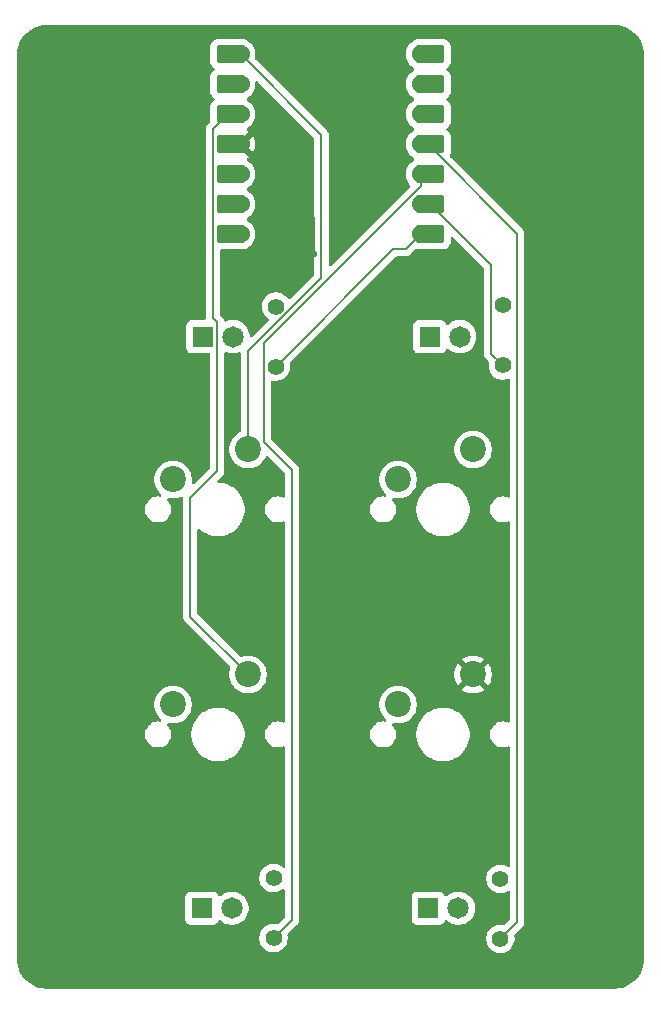
<source format=gbr>
%TF.GenerationSoftware,KiCad,Pcbnew,9.0.2*%
%TF.CreationDate,2025-08-01T17:29:49-07:00*%
%TF.ProjectId,jp21_pathfinder,6a703231-5f70-4617-9468-66696e646572,rev?*%
%TF.SameCoordinates,Original*%
%TF.FileFunction,Copper,L1,Top*%
%TF.FilePolarity,Positive*%
%FSLAX46Y46*%
G04 Gerber Fmt 4.6, Leading zero omitted, Abs format (unit mm)*
G04 Created by KiCad (PCBNEW 9.0.2) date 2025-08-01 17:29:49*
%MOMM*%
%LPD*%
G01*
G04 APERTURE LIST*
G04 Aperture macros list*
%AMRoundRect*
0 Rectangle with rounded corners*
0 $1 Rounding radius*
0 $2 $3 $4 $5 $6 $7 $8 $9 X,Y pos of 4 corners*
0 Add a 4 corners polygon primitive as box body*
4,1,4,$2,$3,$4,$5,$6,$7,$8,$9,$2,$3,0*
0 Add four circle primitives for the rounded corners*
1,1,$1+$1,$2,$3*
1,1,$1+$1,$4,$5*
1,1,$1+$1,$6,$7*
1,1,$1+$1,$8,$9*
0 Add four rect primitives between the rounded corners*
20,1,$1+$1,$2,$3,$4,$5,0*
20,1,$1+$1,$4,$5,$6,$7,0*
20,1,$1+$1,$6,$7,$8,$9,0*
20,1,$1+$1,$8,$9,$2,$3,0*%
G04 Aperture macros list end*
%TA.AperFunction,ComponentPad*%
%ADD10C,2.200000*%
%TD*%
%TA.AperFunction,SMDPad,CuDef*%
%ADD11RoundRect,0.152400X-1.063600X-0.609600X1.063600X-0.609600X1.063600X0.609600X-1.063600X0.609600X0*%
%TD*%
%TA.AperFunction,ComponentPad*%
%ADD12C,1.524000*%
%TD*%
%TA.AperFunction,SMDPad,CuDef*%
%ADD13RoundRect,0.152400X1.063600X0.609600X-1.063600X0.609600X-1.063600X-0.609600X1.063600X-0.609600X0*%
%TD*%
%TA.AperFunction,ComponentPad*%
%ADD14C,1.815000*%
%TD*%
%TA.AperFunction,ComponentPad*%
%ADD15R,1.815000X1.815000*%
%TD*%
%TA.AperFunction,ComponentPad*%
%ADD16C,1.400000*%
%TD*%
%TA.AperFunction,ViaPad*%
%ADD17C,0.600000*%
%TD*%
%TA.AperFunction,Conductor*%
%ADD18C,0.200000*%
%TD*%
G04 APERTURE END LIST*
D10*
%TO.P,SW3,1,1*%
%TO.N,button3*%
X136000000Y-114830000D03*
%TO.P,SW3,2,2*%
%TO.N,GND*%
X129650000Y-117370000D03*
%TD*%
%TO.P,SW4,1,1*%
%TO.N,button4*%
X155050000Y-114830000D03*
%TO.P,SW4,2,2*%
%TO.N,GND*%
X148700000Y-117370000D03*
%TD*%
%TO.P,SW2,1,1*%
%TO.N,button2*%
X155050000Y-95780000D03*
%TO.P,SW2,2,2*%
%TO.N,GND*%
X148700000Y-98320000D03*
%TD*%
%TO.P,SW1,1,1*%
%TO.N,button1*%
X136000000Y-95780000D03*
%TO.P,SW1,2,2*%
%TO.N,GND*%
X129650000Y-98320000D03*
%TD*%
D11*
%TO.P,U1,14,VBUS*%
%TO.N,unconnected-(U1-VBUS-Pad14)*%
X151436250Y-62312500D03*
D12*
X150601250Y-62312500D03*
D11*
%TO.P,U1,13,GND*%
%TO.N,GND*%
X151436250Y-64852500D03*
D12*
X150601250Y-64852500D03*
D11*
%TO.P,U1,12,3V3*%
%TO.N,unconnected-(U1-3V3-Pad12)*%
X151436250Y-67392500D03*
D12*
X150601250Y-67392500D03*
D11*
%TO.P,U1,11,GPIO3/MOSI*%
%TO.N,LED4*%
X151436250Y-69932500D03*
D12*
X150601250Y-69932500D03*
D11*
%TO.P,U1,10,GPIO4/MISO*%
%TO.N,LED3*%
X151436250Y-72472500D03*
D12*
X150601250Y-72472500D03*
D11*
%TO.P,U1,9,GPIO2/SCK*%
%TO.N,LED2*%
X151436250Y-75012500D03*
D12*
X150601250Y-75012500D03*
D11*
%TO.P,U1,8,GPIO1/RX*%
%TO.N,LED1*%
X151436250Y-77552500D03*
D12*
X150601250Y-77552500D03*
%TO.P,U1,7,GPIO0/TX*%
%TO.N,unconnected-(U1-GPIO0{slash}TX-Pad7)*%
X135361250Y-77552500D03*
D13*
X134526250Y-77552500D03*
D12*
%TO.P,U1,6,GPIO7/SCL*%
%TO.N,unconnected-(U1-GPIO7{slash}SCL-Pad6)*%
X135361250Y-75012500D03*
D13*
X134526250Y-75012500D03*
D12*
%TO.P,U1,5,GPIO6/SDA*%
%TO.N,unconnected-(U1-GPIO6{slash}SDA-Pad5)*%
X135361250Y-72472500D03*
D13*
X134526250Y-72472500D03*
D12*
%TO.P,U1,4,GPIO29/ADC3/A3*%
%TO.N,button4*%
X135361250Y-69932500D03*
D13*
X134526250Y-69932500D03*
D12*
%TO.P,U1,3,GPIO28/ADC2/A2*%
%TO.N,button3*%
X135361250Y-67392500D03*
D13*
X134526250Y-67392500D03*
D12*
%TO.P,U1,2,GPIO27/ADC1/A1*%
%TO.N,button2*%
X135361250Y-64852500D03*
D13*
X134526250Y-64852500D03*
D12*
%TO.P,U1,1,GPIO26/ADC0/A0*%
%TO.N,button1*%
X135361250Y-62312500D03*
D13*
X134526250Y-62312500D03*
%TD*%
D14*
%TO.P,D1,A*%
%TO.N,Net-(D1-PadA)*%
X134731250Y-86222500D03*
D15*
%TO.P,D1,C*%
%TO.N,GND*%
X132191250Y-86222500D03*
%TD*%
D14*
%TO.P,D2,A*%
%TO.N,Net-(D2-PadA)*%
X153931250Y-86222500D03*
D15*
%TO.P,D2,C*%
%TO.N,GND*%
X151391250Y-86222500D03*
%TD*%
D16*
%TO.P,R4,1*%
%TO.N,Net-(D4-PadA)*%
X157361250Y-132122500D03*
%TO.P,R4,2*%
%TO.N,LED4*%
X157361250Y-137202500D03*
%TD*%
%TO.P,R3,1*%
%TO.N,Net-(D3-PadA)*%
X138161250Y-132082500D03*
%TO.P,R3,2*%
%TO.N,LED3*%
X138161250Y-137162500D03*
%TD*%
%TO.P,R2,1*%
%TO.N,Net-(D2-PadA)*%
X157561250Y-83582500D03*
%TO.P,R2,2*%
%TO.N,LED2*%
X157561250Y-88662500D03*
%TD*%
%TO.P,R1,1*%
%TO.N,Net-(D1-PadA)*%
X138361250Y-83682500D03*
%TO.P,R1,2*%
%TO.N,LED1*%
X138361250Y-88762500D03*
%TD*%
D15*
%TO.P,D4,C*%
%TO.N,GND*%
X151261250Y-134622500D03*
D14*
%TO.P,D4,A*%
%TO.N,Net-(D4-PadA)*%
X153801250Y-134622500D03*
%TD*%
D15*
%TO.P,D3,C*%
%TO.N,GND*%
X132091250Y-134622500D03*
D14*
%TO.P,D3,A*%
%TO.N,Net-(D3-PadA)*%
X134631250Y-134622500D03*
%TD*%
D17*
%TO.N,button4*%
X141611250Y-79262500D03*
X145711250Y-86252500D03*
%TD*%
D18*
%TO.N,button1*%
X135361250Y-62312500D02*
X142212250Y-69163500D01*
X142212250Y-69163500D02*
X142212250Y-81247128D01*
X142212250Y-81247128D02*
X136000000Y-87459378D01*
X136000000Y-87459378D02*
X136000000Y-95780000D01*
%TO.N,button3*%
X135361250Y-67392500D02*
X134283620Y-67392500D01*
X134283620Y-67392500D02*
X133009250Y-68666870D01*
X133009250Y-68666870D02*
X133009250Y-84623500D01*
X133009250Y-84623500D02*
X133399750Y-85014000D01*
X133399750Y-85014000D02*
X133399750Y-97595434D01*
X133399750Y-97595434D02*
X131109000Y-99886184D01*
X131109000Y-99886184D02*
X131109000Y-109939000D01*
X131109000Y-109939000D02*
X136000000Y-114830000D01*
%TO.N,button4*%
X135361250Y-69932500D02*
X141611250Y-76182500D01*
X141611250Y-76182500D02*
X141611250Y-79262500D01*
X145711250Y-86252500D02*
X145711250Y-105491250D01*
X145711250Y-105491250D02*
X155050000Y-114830000D01*
%TO.N,unconnected-(U1-3V3-Pad12)*%
X150601250Y-67392500D02*
X151436250Y-67392500D01*
%TO.N,LED4*%
X150601250Y-69932500D02*
X151214876Y-69932500D01*
X151214876Y-69932500D02*
X158791000Y-77508624D01*
X158791000Y-77508624D02*
X158791000Y-135772750D01*
X158791000Y-135772750D02*
X157361250Y-137202500D01*
%TO.N,LED3*%
X150601250Y-72472500D02*
X150601250Y-73509190D01*
X139741000Y-97539686D02*
X139741000Y-135582750D01*
X150601250Y-73509190D02*
X137360250Y-86750190D01*
X137360250Y-86750190D02*
X137360250Y-95158936D01*
X137360250Y-95158936D02*
X139741000Y-97539686D01*
X139741000Y-135582750D02*
X138161250Y-137162500D01*
%TO.N,LED2*%
X157561250Y-88662500D02*
X156560250Y-87661500D01*
X156560250Y-87661500D02*
X156560250Y-80136500D01*
X156560250Y-80136500D02*
X151436250Y-75012500D01*
%TO.N,LED1*%
X138361250Y-88762500D02*
X148301250Y-78822500D01*
X148301250Y-78822500D02*
X149331250Y-78822500D01*
X149331250Y-78822500D02*
X150601250Y-77552500D01*
%TO.N,GND*%
X150601250Y-64852500D02*
X151678880Y-64852500D01*
%TD*%
%TA.AperFunction,Conductor*%
%TO.N,button4*%
G36*
X136809567Y-64614610D02*
G01*
X136831707Y-64632192D01*
X141575431Y-69375916D01*
X141608916Y-69437239D01*
X141611750Y-69463597D01*
X141611750Y-80947030D01*
X141592065Y-81014069D01*
X141575431Y-81034711D01*
X139561717Y-83048425D01*
X139500394Y-83081910D01*
X139430702Y-83076926D01*
X139374769Y-83035054D01*
X139373718Y-83033630D01*
X139276940Y-82900427D01*
X139143323Y-82766810D01*
X138990449Y-82655740D01*
X138822086Y-82569954D01*
X138642368Y-82511559D01*
X138455736Y-82482000D01*
X138455731Y-82482000D01*
X138266769Y-82482000D01*
X138266764Y-82482000D01*
X138080131Y-82511559D01*
X137900413Y-82569954D01*
X137732050Y-82655740D01*
X137644829Y-82719110D01*
X137579177Y-82766810D01*
X137579175Y-82766812D01*
X137579174Y-82766812D01*
X137445562Y-82900424D01*
X137445562Y-82900425D01*
X137445560Y-82900427D01*
X137397860Y-82966079D01*
X137334490Y-83053300D01*
X137248704Y-83221663D01*
X137190309Y-83401381D01*
X137160750Y-83588013D01*
X137160750Y-83776986D01*
X137190309Y-83963618D01*
X137248704Y-84143336D01*
X137334490Y-84311699D01*
X137445560Y-84464573D01*
X137579177Y-84598190D01*
X137712379Y-84694967D01*
X137755045Y-84750297D01*
X137761024Y-84819910D01*
X137728418Y-84881705D01*
X137727175Y-84882966D01*
X136350931Y-86259211D01*
X136289608Y-86292696D01*
X136219916Y-86287712D01*
X136163983Y-86245840D01*
X136139566Y-86180376D01*
X136139250Y-86171530D01*
X136139250Y-86111682D01*
X136104581Y-85892792D01*
X136036093Y-85682011D01*
X135935479Y-85484546D01*
X135805212Y-85305249D01*
X135648501Y-85148538D01*
X135469203Y-85018270D01*
X135271738Y-84917656D01*
X135060957Y-84849168D01*
X134842067Y-84814500D01*
X134842062Y-84814500D01*
X134620438Y-84814500D01*
X134620433Y-84814500D01*
X134401542Y-84849168D01*
X134190758Y-84917657D01*
X134155496Y-84935625D01*
X134086827Y-84948521D01*
X134022087Y-84922244D01*
X133981830Y-84865137D01*
X133979432Y-84857252D01*
X133959327Y-84782216D01*
X133950107Y-84766247D01*
X133880274Y-84645290D01*
X133880271Y-84645286D01*
X133880270Y-84645284D01*
X133768466Y-84533480D01*
X133768465Y-84533479D01*
X133764135Y-84529149D01*
X133764124Y-84529139D01*
X133646069Y-84411084D01*
X133612584Y-84349761D01*
X133609750Y-84323403D01*
X133609750Y-78939000D01*
X133629435Y-78871961D01*
X133682239Y-78826206D01*
X133733750Y-78815000D01*
X135655776Y-78815000D01*
X135655784Y-78815000D01*
X135692798Y-78812087D01*
X135692800Y-78812086D01*
X135692802Y-78812086D01*
X135753862Y-78794346D01*
X135851209Y-78766064D01*
X135993197Y-78682092D01*
X136089398Y-78585889D01*
X136104189Y-78573258D01*
X136183714Y-78515481D01*
X136324231Y-78374964D01*
X136441037Y-78214194D01*
X136531255Y-78037132D01*
X136592663Y-77848136D01*
X136623750Y-77651861D01*
X136623750Y-77453139D01*
X136592663Y-77256864D01*
X136531255Y-77067868D01*
X136531255Y-77067867D01*
X136441036Y-76890805D01*
X136324231Y-76730036D01*
X136183714Y-76589519D01*
X136104187Y-76531739D01*
X136097425Y-76526460D01*
X136093250Y-76522961D01*
X135993197Y-76422908D01*
X135927509Y-76384060D01*
X135919727Y-76377538D01*
X135905760Y-76356573D01*
X135888571Y-76338163D01*
X135886721Y-76327992D01*
X135880990Y-76319390D01*
X135880574Y-76294202D01*
X135876067Y-76269421D01*
X135880008Y-76259866D01*
X135879838Y-76249530D01*
X135893106Y-76228116D01*
X135902712Y-76204832D01*
X135913124Y-76195809D01*
X135916639Y-76190138D01*
X135923377Y-76186925D01*
X135936254Y-76175768D01*
X135993197Y-76142092D01*
X136089398Y-76045889D01*
X136104189Y-76033258D01*
X136183714Y-75975481D01*
X136324231Y-75834964D01*
X136441037Y-75674194D01*
X136531255Y-75497132D01*
X136592663Y-75308136D01*
X136623750Y-75111861D01*
X136623750Y-74913139D01*
X136592663Y-74716864D01*
X136531255Y-74527868D01*
X136531255Y-74527867D01*
X136441036Y-74350805D01*
X136324231Y-74190036D01*
X136183714Y-74049519D01*
X136104188Y-73991740D01*
X136097425Y-73986460D01*
X136093250Y-73982961D01*
X135993197Y-73882908D01*
X135927509Y-73844060D01*
X135919727Y-73837538D01*
X135905760Y-73816573D01*
X135888571Y-73798163D01*
X135886721Y-73787992D01*
X135880990Y-73779390D01*
X135880574Y-73754202D01*
X135876067Y-73729421D01*
X135880008Y-73719866D01*
X135879838Y-73709530D01*
X135893106Y-73688116D01*
X135902712Y-73664832D01*
X135913124Y-73655809D01*
X135916639Y-73650138D01*
X135923377Y-73646925D01*
X135936254Y-73635768D01*
X135993197Y-73602092D01*
X136089398Y-73505889D01*
X136104189Y-73493258D01*
X136183714Y-73435481D01*
X136324231Y-73294964D01*
X136441037Y-73134194D01*
X136531255Y-72957132D01*
X136592663Y-72768136D01*
X136623750Y-72571861D01*
X136623750Y-72373139D01*
X136592663Y-72176864D01*
X136531255Y-71987868D01*
X136531255Y-71987867D01*
X136441036Y-71810805D01*
X136324231Y-71650036D01*
X136183714Y-71509519D01*
X136104187Y-71451739D01*
X136097463Y-71446492D01*
X136093269Y-71442980D01*
X135993197Y-71342908D01*
X135927041Y-71303783D01*
X135919274Y-71297279D01*
X135905286Y-71276300D01*
X135888079Y-71257871D01*
X135886233Y-71247725D01*
X135880513Y-71239146D01*
X135880087Y-71213934D01*
X135875576Y-71189130D01*
X135879508Y-71179598D01*
X135879334Y-71169287D01*
X135892606Y-71147847D01*
X135902222Y-71124540D01*
X135912605Y-71115542D01*
X135916112Y-71109879D01*
X135922856Y-71106660D01*
X135935764Y-71095476D01*
X135992885Y-71061695D01*
X136064889Y-70989691D01*
X135445344Y-70370147D01*
X135532821Y-70346708D01*
X135634180Y-70288189D01*
X135716939Y-70205430D01*
X135775458Y-70104071D01*
X135798897Y-70016594D01*
X136413518Y-70631215D01*
X136440612Y-70593925D01*
X136530792Y-70416937D01*
X136592174Y-70228023D01*
X136592174Y-70228020D01*
X136623250Y-70031821D01*
X136623250Y-69833178D01*
X136592174Y-69636979D01*
X136592174Y-69636976D01*
X136530792Y-69448062D01*
X136440608Y-69271067D01*
X136413518Y-69233783D01*
X135798897Y-69848404D01*
X135775458Y-69760929D01*
X135716939Y-69659570D01*
X135634180Y-69576811D01*
X135532821Y-69518292D01*
X135445343Y-69494852D01*
X136064889Y-68875307D01*
X135992889Y-68803307D01*
X135992884Y-68803303D01*
X135935763Y-68769522D01*
X135888079Y-68718453D01*
X135875576Y-68649711D01*
X135902222Y-68585122D01*
X135919274Y-68567720D01*
X135927037Y-68561218D01*
X135993197Y-68522092D01*
X136093269Y-68422018D01*
X136097463Y-68418507D01*
X136098648Y-68417989D01*
X136104189Y-68413258D01*
X136183714Y-68355481D01*
X136324231Y-68214964D01*
X136441037Y-68054194D01*
X136531255Y-67877132D01*
X136592663Y-67688136D01*
X136623750Y-67491861D01*
X136623750Y-67293139D01*
X136592663Y-67096864D01*
X136531255Y-66907868D01*
X136531255Y-66907867D01*
X136441036Y-66730805D01*
X136324231Y-66570036D01*
X136183714Y-66429519D01*
X136104187Y-66371739D01*
X136097425Y-66366460D01*
X136093250Y-66362961D01*
X135993197Y-66262908D01*
X135927509Y-66224060D01*
X135919727Y-66217538D01*
X135905760Y-66196573D01*
X135888571Y-66178163D01*
X135886721Y-66167992D01*
X135880990Y-66159390D01*
X135880574Y-66134202D01*
X135876067Y-66109421D01*
X135880008Y-66099866D01*
X135879838Y-66089530D01*
X135893106Y-66068116D01*
X135902712Y-66044832D01*
X135913124Y-66035809D01*
X135916639Y-66030138D01*
X135923377Y-66026925D01*
X135936254Y-66015768D01*
X135993197Y-65982092D01*
X136089398Y-65885889D01*
X136104189Y-65873258D01*
X136183714Y-65815481D01*
X136324231Y-65674964D01*
X136441037Y-65514194D01*
X136531255Y-65337132D01*
X136592663Y-65148136D01*
X136623750Y-64951861D01*
X136623750Y-64753139D01*
X136621553Y-64739270D01*
X136630507Y-64669980D01*
X136675502Y-64616527D01*
X136742253Y-64595886D01*
X136809567Y-64614610D01*
G37*
%TD.AperFunction*%
%TA.AperFunction,Conductor*%
G36*
X167034977Y-59853226D02*
G01*
X167325049Y-59870776D01*
X167339879Y-59872577D01*
X167622035Y-59924288D01*
X167636564Y-59927870D01*
X167864364Y-59998859D01*
X167910403Y-60013206D01*
X167924404Y-60018516D01*
X168185964Y-60136239D01*
X168199222Y-60143198D01*
X168444679Y-60291585D01*
X168457002Y-60300091D01*
X168682789Y-60476987D01*
X168693997Y-60486917D01*
X168896812Y-60689736D01*
X168906736Y-60700937D01*
X169083635Y-60926736D01*
X169092136Y-60939052D01*
X169239552Y-61182912D01*
X169240520Y-61184512D01*
X169247477Y-61197766D01*
X169357192Y-61441545D01*
X169365198Y-61459332D01*
X169370508Y-61473333D01*
X169455840Y-61747179D01*
X169459423Y-61761718D01*
X169511123Y-62043842D01*
X169512928Y-62058706D01*
X169530524Y-62349583D01*
X169530750Y-62357070D01*
X169530750Y-138928749D01*
X169530524Y-138936236D01*
X169512978Y-139226297D01*
X169511173Y-139241161D01*
X169459471Y-139523294D01*
X169455888Y-139537833D01*
X169370554Y-139811684D01*
X169365244Y-139825685D01*
X169247523Y-140087252D01*
X169240564Y-140100510D01*
X169092177Y-140345975D01*
X169083671Y-140358298D01*
X168906783Y-140584083D01*
X168896854Y-140595292D01*
X168694025Y-140798123D01*
X168682817Y-140808052D01*
X168457030Y-140984949D01*
X168444707Y-140993455D01*
X168199245Y-141141845D01*
X168185987Y-141148804D01*
X167924422Y-141266529D01*
X167910421Y-141271839D01*
X167636580Y-141357176D01*
X167622042Y-141360759D01*
X167339902Y-141412468D01*
X167325037Y-141414274D01*
X167035803Y-141431774D01*
X167028314Y-141432000D01*
X118935012Y-141432000D01*
X118927523Y-141431774D01*
X118876961Y-141428714D01*
X118637465Y-141414223D01*
X118622606Y-141412419D01*
X118496552Y-141389317D01*
X118340470Y-141360712D01*
X118325932Y-141357128D01*
X118052096Y-141271793D01*
X118038095Y-141266483D01*
X117776535Y-141148760D01*
X117763277Y-141141801D01*
X117517820Y-140993414D01*
X117505497Y-140984908D01*
X117279710Y-140808012D01*
X117268502Y-140798082D01*
X117065687Y-140595263D01*
X117055764Y-140584063D01*
X116878861Y-140358260D01*
X116870363Y-140345947D01*
X116721973Y-140100477D01*
X116715025Y-140087240D01*
X116597296Y-139825654D01*
X116591995Y-139811679D01*
X116506658Y-139537817D01*
X116503076Y-139523281D01*
X116489050Y-139446744D01*
X116451375Y-139241153D01*
X116449571Y-139226293D01*
X116435797Y-138998578D01*
X116431975Y-138935403D01*
X116431750Y-138927929D01*
X116431750Y-133667135D01*
X130683250Y-133667135D01*
X130683250Y-135577870D01*
X130683251Y-135577876D01*
X130689658Y-135637483D01*
X130739952Y-135772328D01*
X130739956Y-135772335D01*
X130826202Y-135887544D01*
X130826205Y-135887547D01*
X130941414Y-135973793D01*
X130941421Y-135973797D01*
X131076267Y-136024091D01*
X131076266Y-136024091D01*
X131083194Y-136024835D01*
X131135877Y-136030500D01*
X133046622Y-136030499D01*
X133106233Y-136024091D01*
X133241081Y-135973796D01*
X133356296Y-135887546D01*
X133442546Y-135772331D01*
X133469470Y-135700144D01*
X133511341Y-135644211D01*
X133576805Y-135619793D01*
X133645078Y-135634644D01*
X133673333Y-135655796D01*
X133713999Y-135696462D01*
X133893297Y-135826730D01*
X133942508Y-135851804D01*
X134090761Y-135927343D01*
X134090763Y-135927343D01*
X134090766Y-135927345D01*
X134203746Y-135964054D01*
X134301542Y-135995831D01*
X134520433Y-136030500D01*
X134520438Y-136030500D01*
X134742067Y-136030500D01*
X134960957Y-135995831D01*
X135028773Y-135973796D01*
X135171734Y-135927345D01*
X135369203Y-135826730D01*
X135548501Y-135696462D01*
X135705212Y-135539751D01*
X135835480Y-135360453D01*
X135936095Y-135162984D01*
X136004581Y-134952207D01*
X136039250Y-134733317D01*
X136039250Y-134511682D01*
X136004581Y-134292792D01*
X135936093Y-134082011D01*
X135835479Y-133884546D01*
X135705212Y-133705249D01*
X135548501Y-133548538D01*
X135369203Y-133418270D01*
X135171738Y-133317656D01*
X134960957Y-133249168D01*
X134742067Y-133214500D01*
X134742062Y-133214500D01*
X134520438Y-133214500D01*
X134520433Y-133214500D01*
X134301542Y-133249168D01*
X134090761Y-133317656D01*
X133893296Y-133418270D01*
X133791000Y-133492592D01*
X133713999Y-133548538D01*
X133713997Y-133548540D01*
X133713995Y-133548541D01*
X133673332Y-133589204D01*
X133612009Y-133622689D01*
X133542317Y-133617703D01*
X133486384Y-133575831D01*
X133469470Y-133544855D01*
X133442547Y-133472671D01*
X133442543Y-133472664D01*
X133356297Y-133357455D01*
X133356294Y-133357452D01*
X133241085Y-133271206D01*
X133241078Y-133271202D01*
X133106232Y-133220908D01*
X133106233Y-133220908D01*
X133046633Y-133214501D01*
X133046631Y-133214500D01*
X133046623Y-133214500D01*
X133046614Y-133214500D01*
X131135879Y-133214500D01*
X131135873Y-133214501D01*
X131076266Y-133220908D01*
X130941421Y-133271202D01*
X130941414Y-133271206D01*
X130826205Y-133357452D01*
X130826202Y-133357455D01*
X130739956Y-133472664D01*
X130739952Y-133472671D01*
X130689658Y-133607517D01*
X130683251Y-133667116D01*
X130683250Y-133667135D01*
X116431750Y-133667135D01*
X116431750Y-119823389D01*
X127279500Y-119823389D01*
X127279500Y-119996611D01*
X127306598Y-120167701D01*
X127360127Y-120332445D01*
X127438768Y-120486788D01*
X127540586Y-120626928D01*
X127663072Y-120749414D01*
X127803212Y-120851232D01*
X127957555Y-120929873D01*
X128122299Y-120983402D01*
X128293389Y-121010500D01*
X128293390Y-121010500D01*
X128466610Y-121010500D01*
X128466611Y-121010500D01*
X128637701Y-120983402D01*
X128802445Y-120929873D01*
X128956788Y-120851232D01*
X129096928Y-120749414D01*
X129219414Y-120626928D01*
X129321232Y-120486788D01*
X129399873Y-120332445D01*
X129453402Y-120167701D01*
X129480500Y-119996611D01*
X129480500Y-119823389D01*
X129470854Y-119762486D01*
X131209500Y-119762486D01*
X131209500Y-120057513D01*
X131241571Y-120301113D01*
X131248007Y-120349993D01*
X131322212Y-120626930D01*
X131324361Y-120634951D01*
X131324364Y-120634961D01*
X131437254Y-120907500D01*
X131437258Y-120907510D01*
X131584761Y-121162993D01*
X131764352Y-121397040D01*
X131764358Y-121397047D01*
X131972952Y-121605641D01*
X131972959Y-121605647D01*
X132207006Y-121785238D01*
X132462489Y-121932741D01*
X132462490Y-121932741D01*
X132462493Y-121932743D01*
X132735048Y-122045639D01*
X133020007Y-122121993D01*
X133312494Y-122160500D01*
X133312501Y-122160500D01*
X133607499Y-122160500D01*
X133607506Y-122160500D01*
X133899993Y-122121993D01*
X134184952Y-122045639D01*
X134457507Y-121932743D01*
X134712994Y-121785238D01*
X134947042Y-121605646D01*
X135155646Y-121397042D01*
X135335238Y-121162994D01*
X135482743Y-120907507D01*
X135595639Y-120634952D01*
X135671993Y-120349993D01*
X135710500Y-120057506D01*
X135710500Y-119762494D01*
X135671993Y-119470007D01*
X135595639Y-119185048D01*
X135482743Y-118912493D01*
X135427309Y-118816479D01*
X135335238Y-118657006D01*
X135155647Y-118422959D01*
X135155641Y-118422952D01*
X134947047Y-118214358D01*
X134947040Y-118214352D01*
X134712993Y-118034761D01*
X134457510Y-117887258D01*
X134457500Y-117887254D01*
X134184961Y-117774364D01*
X134184954Y-117774362D01*
X134184952Y-117774361D01*
X133899993Y-117698007D01*
X133851113Y-117691571D01*
X133607513Y-117659500D01*
X133607506Y-117659500D01*
X133312494Y-117659500D01*
X133312486Y-117659500D01*
X133034085Y-117696153D01*
X133020007Y-117698007D01*
X132845428Y-117744785D01*
X132735048Y-117774361D01*
X132735038Y-117774364D01*
X132462499Y-117887254D01*
X132462489Y-117887258D01*
X132207006Y-118034761D01*
X131972959Y-118214352D01*
X131972952Y-118214358D01*
X131764358Y-118422952D01*
X131764352Y-118422959D01*
X131584761Y-118657006D01*
X131437258Y-118912489D01*
X131437254Y-118912499D01*
X131324364Y-119185038D01*
X131324361Y-119185048D01*
X131248008Y-119470004D01*
X131248006Y-119470015D01*
X131209500Y-119762486D01*
X129470854Y-119762486D01*
X129453402Y-119652299D01*
X129399873Y-119487555D01*
X129321232Y-119333212D01*
X129219414Y-119193072D01*
X129167482Y-119141140D01*
X129133997Y-119079817D01*
X129138981Y-119010125D01*
X129180853Y-118954192D01*
X129246317Y-118929775D01*
X129274561Y-118930986D01*
X129275212Y-118931089D01*
X129275215Y-118931090D01*
X129524038Y-118970500D01*
X129524039Y-118970500D01*
X129775961Y-118970500D01*
X129775962Y-118970500D01*
X130024785Y-118931090D01*
X130264379Y-118853241D01*
X130488845Y-118738870D01*
X130692656Y-118590793D01*
X130870793Y-118412656D01*
X131018870Y-118208845D01*
X131133241Y-117984379D01*
X131211090Y-117744785D01*
X131250500Y-117495962D01*
X131250500Y-117244038D01*
X131211090Y-116995215D01*
X131133241Y-116755621D01*
X131133239Y-116755618D01*
X131133239Y-116755616D01*
X131091747Y-116674184D01*
X131018870Y-116531155D01*
X130917107Y-116391090D01*
X130870798Y-116327350D01*
X130870794Y-116327345D01*
X130692654Y-116149205D01*
X130692649Y-116149201D01*
X130488848Y-116001132D01*
X130488847Y-116001131D01*
X130488845Y-116001130D01*
X130418747Y-115965413D01*
X130264383Y-115886760D01*
X130024785Y-115808910D01*
X129775962Y-115769500D01*
X129524038Y-115769500D01*
X129399626Y-115789205D01*
X129275214Y-115808910D01*
X129035616Y-115886760D01*
X128811151Y-116001132D01*
X128607350Y-116149201D01*
X128607345Y-116149205D01*
X128429205Y-116327345D01*
X128429201Y-116327350D01*
X128281132Y-116531151D01*
X128166760Y-116755616D01*
X128088910Y-116995214D01*
X128049500Y-117244038D01*
X128049500Y-117495961D01*
X128088910Y-117744785D01*
X128166760Y-117984383D01*
X128281132Y-118208848D01*
X128429201Y-118412649D01*
X128429205Y-118412654D01*
X128429207Y-118412656D01*
X128607344Y-118590793D01*
X128607345Y-118590794D01*
X128607344Y-118590794D01*
X128613661Y-118595383D01*
X128656327Y-118650714D01*
X128662305Y-118720327D01*
X128629699Y-118782122D01*
X128568860Y-118816479D01*
X128521378Y-118818174D01*
X128466611Y-118809500D01*
X128293389Y-118809500D01*
X128253728Y-118815781D01*
X128122302Y-118836597D01*
X127957552Y-118890128D01*
X127803211Y-118968768D01*
X127746289Y-119010125D01*
X127663072Y-119070586D01*
X127663070Y-119070588D01*
X127663069Y-119070588D01*
X127540588Y-119193069D01*
X127540588Y-119193070D01*
X127540586Y-119193072D01*
X127496859Y-119253256D01*
X127438768Y-119333211D01*
X127360128Y-119487552D01*
X127306597Y-119652302D01*
X127279500Y-119823389D01*
X116431750Y-119823389D01*
X116431750Y-100773389D01*
X127279500Y-100773389D01*
X127279500Y-100946611D01*
X127306598Y-101117701D01*
X127360127Y-101282445D01*
X127438768Y-101436788D01*
X127540586Y-101576928D01*
X127663072Y-101699414D01*
X127803212Y-101801232D01*
X127957555Y-101879873D01*
X128122299Y-101933402D01*
X128293389Y-101960500D01*
X128293390Y-101960500D01*
X128466610Y-101960500D01*
X128466611Y-101960500D01*
X128637701Y-101933402D01*
X128802445Y-101879873D01*
X128956788Y-101801232D01*
X129096928Y-101699414D01*
X129219414Y-101576928D01*
X129321232Y-101436788D01*
X129399873Y-101282445D01*
X129453402Y-101117701D01*
X129480500Y-100946611D01*
X129480500Y-100773389D01*
X129453402Y-100602299D01*
X129399873Y-100437555D01*
X129321232Y-100283212D01*
X129219414Y-100143072D01*
X129167482Y-100091140D01*
X129133997Y-100029817D01*
X129138981Y-99960125D01*
X129180853Y-99904192D01*
X129246317Y-99879775D01*
X129274561Y-99880986D01*
X129275212Y-99881089D01*
X129275215Y-99881090D01*
X129524038Y-99920500D01*
X129524039Y-99920500D01*
X129775961Y-99920500D01*
X129775962Y-99920500D01*
X130024785Y-99881090D01*
X130264379Y-99803241D01*
X130328203Y-99770720D01*
X130330906Y-99770213D01*
X130332986Y-99768411D01*
X130365048Y-99763800D01*
X130396872Y-99757824D01*
X130399421Y-99758858D01*
X130402145Y-99758467D01*
X130431613Y-99771924D01*
X130461613Y-99784100D01*
X130463197Y-99786347D01*
X130465701Y-99787491D01*
X130483212Y-99814738D01*
X130501871Y-99841206D01*
X130502443Y-99844662D01*
X130503476Y-99846269D01*
X130508497Y-99881197D01*
X130508499Y-99881204D01*
X130508499Y-99965241D01*
X130508499Y-99965243D01*
X130508500Y-99975237D01*
X130508500Y-109852330D01*
X130508499Y-109852348D01*
X130508499Y-110018054D01*
X130508498Y-110018054D01*
X130549423Y-110170785D01*
X130578358Y-110220900D01*
X130578359Y-110220904D01*
X130578360Y-110220904D01*
X130628479Y-110307714D01*
X130628481Y-110307717D01*
X130747349Y-110426585D01*
X130747355Y-110426590D01*
X134467840Y-114147076D01*
X134501325Y-114208399D01*
X134498090Y-114273075D01*
X134438910Y-114455210D01*
X134438910Y-114455213D01*
X134399500Y-114704038D01*
X134399500Y-114955961D01*
X134438910Y-115204785D01*
X134516760Y-115444383D01*
X134585861Y-115580000D01*
X134630995Y-115668581D01*
X134631132Y-115668848D01*
X134779201Y-115872649D01*
X134779205Y-115872654D01*
X134957345Y-116050794D01*
X134957350Y-116050798D01*
X135135117Y-116179952D01*
X135161155Y-116198870D01*
X135304184Y-116271747D01*
X135385616Y-116313239D01*
X135385618Y-116313239D01*
X135385621Y-116313241D01*
X135625215Y-116391090D01*
X135874038Y-116430500D01*
X135874039Y-116430500D01*
X136125961Y-116430500D01*
X136125962Y-116430500D01*
X136374785Y-116391090D01*
X136614379Y-116313241D01*
X136838845Y-116198870D01*
X137042656Y-116050793D01*
X137220793Y-115872656D01*
X137368870Y-115668845D01*
X137483241Y-115444379D01*
X137561090Y-115204785D01*
X137600500Y-114955962D01*
X137600500Y-114704038D01*
X137561090Y-114455215D01*
X137483241Y-114215621D01*
X137483239Y-114215618D01*
X137483239Y-114215616D01*
X137428824Y-114108822D01*
X137368870Y-113991155D01*
X137294868Y-113889300D01*
X137220798Y-113787350D01*
X137220794Y-113787345D01*
X137042654Y-113609205D01*
X137042649Y-113609201D01*
X136838848Y-113461132D01*
X136838847Y-113461131D01*
X136838845Y-113461130D01*
X136768747Y-113425413D01*
X136614383Y-113346760D01*
X136374785Y-113268910D01*
X136125962Y-113229500D01*
X135874038Y-113229500D01*
X135791097Y-113242636D01*
X135625213Y-113268910D01*
X135625210Y-113268910D01*
X135443075Y-113328090D01*
X135373234Y-113330085D01*
X135317076Y-113297840D01*
X131745819Y-109726583D01*
X131712334Y-109665260D01*
X131709500Y-109638902D01*
X131709500Y-102591551D01*
X131729185Y-102524512D01*
X131781989Y-102478757D01*
X131851147Y-102468813D01*
X131914703Y-102497838D01*
X131921181Y-102503870D01*
X131972952Y-102555641D01*
X131972959Y-102555647D01*
X132207006Y-102735238D01*
X132462489Y-102882741D01*
X132462490Y-102882741D01*
X132462493Y-102882743D01*
X132735048Y-102995639D01*
X133020007Y-103071993D01*
X133312494Y-103110500D01*
X133312501Y-103110500D01*
X133607499Y-103110500D01*
X133607506Y-103110500D01*
X133899993Y-103071993D01*
X134184952Y-102995639D01*
X134457507Y-102882743D01*
X134712994Y-102735238D01*
X134947042Y-102555646D01*
X135155646Y-102347042D01*
X135335238Y-102112994D01*
X135482743Y-101857507D01*
X135595639Y-101584952D01*
X135671993Y-101299993D01*
X135710500Y-101007506D01*
X135710500Y-100712494D01*
X135671993Y-100420007D01*
X135595639Y-100135048D01*
X135482743Y-99862493D01*
X135472448Y-99844662D01*
X135335238Y-99607006D01*
X135155647Y-99372959D01*
X135155641Y-99372952D01*
X134947047Y-99164358D01*
X134947040Y-99164352D01*
X134712993Y-98984761D01*
X134457510Y-98837258D01*
X134457500Y-98837254D01*
X134184961Y-98724364D01*
X134184954Y-98724362D01*
X134184952Y-98724361D01*
X133899993Y-98648007D01*
X133851113Y-98641571D01*
X133607513Y-98609500D01*
X133607506Y-98609500D01*
X133534281Y-98609500D01*
X133467242Y-98589815D01*
X133421487Y-98537011D01*
X133411543Y-98467853D01*
X133440568Y-98404297D01*
X133446600Y-98397819D01*
X133880270Y-97964150D01*
X133959327Y-97827218D01*
X134000251Y-97674491D01*
X134000251Y-97516376D01*
X134000251Y-97508781D01*
X134000250Y-97508763D01*
X134000250Y-87632622D01*
X134019935Y-87565583D01*
X134072739Y-87519828D01*
X134141897Y-87509884D01*
X134180546Y-87522137D01*
X134190766Y-87527345D01*
X134308450Y-87565583D01*
X134401542Y-87595831D01*
X134620433Y-87630500D01*
X134620438Y-87630500D01*
X134842067Y-87630500D01*
X135060957Y-87595831D01*
X135237184Y-87538570D01*
X135307022Y-87536576D01*
X135366855Y-87572656D01*
X135397684Y-87635356D01*
X135399500Y-87656502D01*
X135399500Y-94213699D01*
X135379815Y-94280738D01*
X135331795Y-94324184D01*
X135161151Y-94411132D01*
X134957350Y-94559201D01*
X134957345Y-94559205D01*
X134779205Y-94737345D01*
X134779201Y-94737350D01*
X134631132Y-94941151D01*
X134516760Y-95165616D01*
X134438910Y-95405214D01*
X134399500Y-95654038D01*
X134399500Y-95905961D01*
X134438910Y-96154785D01*
X134516760Y-96394383D01*
X134631132Y-96618848D01*
X134779201Y-96822649D01*
X134779205Y-96822654D01*
X134957345Y-97000794D01*
X134957350Y-97000798D01*
X135135117Y-97129952D01*
X135161155Y-97148870D01*
X135304184Y-97221747D01*
X135385616Y-97263239D01*
X135385618Y-97263239D01*
X135385621Y-97263241D01*
X135625215Y-97341090D01*
X135874038Y-97380500D01*
X135874039Y-97380500D01*
X136125961Y-97380500D01*
X136125962Y-97380500D01*
X136374785Y-97341090D01*
X136614379Y-97263241D01*
X136838845Y-97148870D01*
X137042656Y-97000793D01*
X137220793Y-96822656D01*
X137368870Y-96618845D01*
X137483241Y-96394379D01*
X137485260Y-96388164D01*
X137524694Y-96330487D01*
X137589051Y-96303285D01*
X137657898Y-96315196D01*
X137690874Y-96338795D01*
X139104181Y-97752102D01*
X139137666Y-97813425D01*
X139140500Y-97839783D01*
X139140500Y-99728500D01*
X139120815Y-99795539D01*
X139068011Y-99841294D01*
X138998853Y-99851238D01*
X138967271Y-99841228D01*
X138966954Y-99841994D01*
X138962452Y-99840129D01*
X138825218Y-99795539D01*
X138797701Y-99786598D01*
X138797699Y-99786597D01*
X138797698Y-99786597D01*
X138653760Y-99763800D01*
X138626611Y-99759500D01*
X138453389Y-99759500D01*
X138426240Y-99763800D01*
X138282302Y-99786597D01*
X138117552Y-99840128D01*
X137963211Y-99918768D01*
X137899243Y-99965244D01*
X137823072Y-100020586D01*
X137823070Y-100020588D01*
X137823069Y-100020588D01*
X137700588Y-100143069D01*
X137700588Y-100143070D01*
X137700586Y-100143072D01*
X137656859Y-100203256D01*
X137598768Y-100283211D01*
X137520128Y-100437552D01*
X137466597Y-100602302D01*
X137439500Y-100773389D01*
X137439500Y-100946611D01*
X137466598Y-101117701D01*
X137520127Y-101282445D01*
X137598768Y-101436788D01*
X137700586Y-101576928D01*
X137823072Y-101699414D01*
X137963212Y-101801232D01*
X138117555Y-101879873D01*
X138282299Y-101933402D01*
X138453389Y-101960500D01*
X138453390Y-101960500D01*
X138626610Y-101960500D01*
X138626611Y-101960500D01*
X138797701Y-101933402D01*
X138962445Y-101879873D01*
X138962448Y-101879870D01*
X138962452Y-101879870D01*
X138966954Y-101878006D01*
X138967625Y-101879626D01*
X139028852Y-101868116D01*
X139093597Y-101894380D01*
X139133864Y-101951479D01*
X139140500Y-101991499D01*
X139140500Y-118778500D01*
X139120815Y-118845539D01*
X139068011Y-118891294D01*
X138998853Y-118901238D01*
X138967271Y-118891228D01*
X138966954Y-118891994D01*
X138962452Y-118890129D01*
X138825218Y-118845539D01*
X138797701Y-118836598D01*
X138797699Y-118836597D01*
X138797698Y-118836597D01*
X138666271Y-118815781D01*
X138626611Y-118809500D01*
X138453389Y-118809500D01*
X138413728Y-118815781D01*
X138282302Y-118836597D01*
X138117552Y-118890128D01*
X137963211Y-118968768D01*
X137906289Y-119010125D01*
X137823072Y-119070586D01*
X137823070Y-119070588D01*
X137823069Y-119070588D01*
X137700588Y-119193069D01*
X137700588Y-119193070D01*
X137700586Y-119193072D01*
X137656859Y-119253256D01*
X137598768Y-119333211D01*
X137520128Y-119487552D01*
X137466597Y-119652302D01*
X137439500Y-119823389D01*
X137439500Y-119996611D01*
X137466598Y-120167701D01*
X137520127Y-120332445D01*
X137598768Y-120486788D01*
X137700586Y-120626928D01*
X137823072Y-120749414D01*
X137963212Y-120851232D01*
X138117555Y-120929873D01*
X138282299Y-120983402D01*
X138453389Y-121010500D01*
X138453390Y-121010500D01*
X138626610Y-121010500D01*
X138626611Y-121010500D01*
X138797701Y-120983402D01*
X138962445Y-120929873D01*
X138962448Y-120929870D01*
X138962452Y-120929870D01*
X138966954Y-120928006D01*
X138967625Y-120929626D01*
X139028852Y-120918116D01*
X139093597Y-120944380D01*
X139133864Y-121001479D01*
X139140500Y-121041499D01*
X139140500Y-131066704D01*
X139120815Y-131133743D01*
X139068011Y-131179498D01*
X138998853Y-131189442D01*
X138943614Y-131167022D01*
X138943325Y-131166812D01*
X138943323Y-131166810D01*
X138790449Y-131055740D01*
X138622086Y-130969954D01*
X138442368Y-130911559D01*
X138255736Y-130882000D01*
X138255731Y-130882000D01*
X138066769Y-130882000D01*
X138066764Y-130882000D01*
X137880131Y-130911559D01*
X137700413Y-130969954D01*
X137532050Y-131055740D01*
X137473826Y-131098043D01*
X137379177Y-131166810D01*
X137379175Y-131166812D01*
X137379174Y-131166812D01*
X137245562Y-131300424D01*
X137245562Y-131300425D01*
X137245560Y-131300427D01*
X137216500Y-131340425D01*
X137134490Y-131453300D01*
X137048704Y-131621663D01*
X136990309Y-131801381D01*
X136960750Y-131988013D01*
X136960750Y-132176986D01*
X136990309Y-132363618D01*
X137048704Y-132543336D01*
X137134490Y-132711699D01*
X137245560Y-132864573D01*
X137379177Y-132998190D01*
X137532051Y-133109260D01*
X137591014Y-133139303D01*
X137700413Y-133195045D01*
X137700415Y-133195045D01*
X137700418Y-133195047D01*
X137780013Y-133220909D01*
X137880131Y-133253440D01*
X138066764Y-133283000D01*
X138066769Y-133283000D01*
X138255736Y-133283000D01*
X138442368Y-133253440D01*
X138455516Y-133249168D01*
X138622082Y-133195047D01*
X138790449Y-133109260D01*
X138943323Y-132998190D01*
X138943325Y-132998187D01*
X138943614Y-132997978D01*
X139009420Y-132974497D01*
X139077474Y-132990322D01*
X139126169Y-133040427D01*
X139140500Y-133098295D01*
X139140500Y-135282652D01*
X139120815Y-135349691D01*
X139104181Y-135370333D01*
X138522080Y-135952433D01*
X138460757Y-135985918D01*
X138415001Y-135987225D01*
X138255736Y-135962000D01*
X138255731Y-135962000D01*
X138066769Y-135962000D01*
X138066764Y-135962000D01*
X137880131Y-135991559D01*
X137700413Y-136049954D01*
X137532050Y-136135740D01*
X137524168Y-136141467D01*
X137379177Y-136246810D01*
X137379175Y-136246812D01*
X137379174Y-136246812D01*
X137245562Y-136380424D01*
X137245562Y-136380425D01*
X137245560Y-136380427D01*
X137216500Y-136420425D01*
X137134490Y-136533300D01*
X137048704Y-136701663D01*
X136990309Y-136881381D01*
X136960750Y-137068013D01*
X136960750Y-137256986D01*
X136990309Y-137443618D01*
X137048704Y-137623336D01*
X137134490Y-137791699D01*
X137245560Y-137944573D01*
X137379177Y-138078190D01*
X137532051Y-138189260D01*
X137610554Y-138229259D01*
X137700413Y-138275045D01*
X137700415Y-138275045D01*
X137700418Y-138275047D01*
X137796747Y-138306346D01*
X137880131Y-138333440D01*
X138066764Y-138363000D01*
X138066769Y-138363000D01*
X138255736Y-138363000D01*
X138442368Y-138333440D01*
X138498975Y-138315047D01*
X138622082Y-138275047D01*
X138790449Y-138189260D01*
X138943323Y-138078190D01*
X139076940Y-137944573D01*
X139188010Y-137791699D01*
X139273797Y-137623332D01*
X139332190Y-137443618D01*
X139361750Y-137256986D01*
X139361750Y-137068013D01*
X139336524Y-136908746D01*
X139345478Y-136839453D01*
X139371313Y-136801670D01*
X140099506Y-136073478D01*
X140099511Y-136073474D01*
X140109714Y-136063270D01*
X140109716Y-136063270D01*
X140221520Y-135951466D01*
X140293536Y-135826730D01*
X140300577Y-135814535D01*
X140341501Y-135661807D01*
X140341501Y-135503693D01*
X140341501Y-135496098D01*
X140341500Y-135496080D01*
X140341500Y-133667135D01*
X149853250Y-133667135D01*
X149853250Y-135577870D01*
X149853251Y-135577876D01*
X149859658Y-135637483D01*
X149909952Y-135772328D01*
X149909956Y-135772335D01*
X149996202Y-135887544D01*
X149996205Y-135887547D01*
X150111414Y-135973793D01*
X150111421Y-135973797D01*
X150246267Y-136024091D01*
X150246266Y-136024091D01*
X150253194Y-136024835D01*
X150305877Y-136030500D01*
X152216622Y-136030499D01*
X152276233Y-136024091D01*
X152411081Y-135973796D01*
X152526296Y-135887546D01*
X152612546Y-135772331D01*
X152639470Y-135700144D01*
X152681341Y-135644211D01*
X152746805Y-135619793D01*
X152815078Y-135634644D01*
X152843333Y-135655796D01*
X152883999Y-135696462D01*
X153063297Y-135826730D01*
X153112508Y-135851804D01*
X153260761Y-135927343D01*
X153260763Y-135927343D01*
X153260766Y-135927345D01*
X153373746Y-135964054D01*
X153471542Y-135995831D01*
X153690433Y-136030500D01*
X153690438Y-136030500D01*
X153912067Y-136030500D01*
X154130957Y-135995831D01*
X154198773Y-135973796D01*
X154341734Y-135927345D01*
X154539203Y-135826730D01*
X154718501Y-135696462D01*
X154875212Y-135539751D01*
X155005480Y-135360453D01*
X155106095Y-135162984D01*
X155174581Y-134952207D01*
X155209250Y-134733317D01*
X155209250Y-134511682D01*
X155174581Y-134292792D01*
X155106093Y-134082011D01*
X155005479Y-133884546D01*
X154875212Y-133705249D01*
X154718501Y-133548538D01*
X154539203Y-133418270D01*
X154341738Y-133317656D01*
X154130957Y-133249168D01*
X153912067Y-133214500D01*
X153912062Y-133214500D01*
X153690438Y-133214500D01*
X153690433Y-133214500D01*
X153471542Y-133249168D01*
X153260761Y-133317656D01*
X153063296Y-133418270D01*
X152961000Y-133492592D01*
X152883999Y-133548538D01*
X152883997Y-133548540D01*
X152883995Y-133548541D01*
X152843332Y-133589204D01*
X152782009Y-133622689D01*
X152712317Y-133617703D01*
X152656384Y-133575831D01*
X152639470Y-133544855D01*
X152612547Y-133472671D01*
X152612543Y-133472664D01*
X152526297Y-133357455D01*
X152526294Y-133357452D01*
X152411085Y-133271206D01*
X152411078Y-133271202D01*
X152276232Y-133220908D01*
X152276233Y-133220908D01*
X152216633Y-133214501D01*
X152216631Y-133214500D01*
X152216623Y-133214500D01*
X152216614Y-133214500D01*
X150305879Y-133214500D01*
X150305873Y-133214501D01*
X150246266Y-133220908D01*
X150111421Y-133271202D01*
X150111414Y-133271206D01*
X149996205Y-133357452D01*
X149996202Y-133357455D01*
X149909956Y-133472664D01*
X149909952Y-133472671D01*
X149859658Y-133607517D01*
X149853251Y-133667116D01*
X149853250Y-133667135D01*
X140341500Y-133667135D01*
X140341500Y-119823389D01*
X146329500Y-119823389D01*
X146329500Y-119996611D01*
X146356598Y-120167701D01*
X146410127Y-120332445D01*
X146488768Y-120486788D01*
X146590586Y-120626928D01*
X146713072Y-120749414D01*
X146853212Y-120851232D01*
X147007555Y-120929873D01*
X147172299Y-120983402D01*
X147343389Y-121010500D01*
X147343390Y-121010500D01*
X147516610Y-121010500D01*
X147516611Y-121010500D01*
X147687701Y-120983402D01*
X147852445Y-120929873D01*
X148006788Y-120851232D01*
X148146928Y-120749414D01*
X148269414Y-120626928D01*
X148371232Y-120486788D01*
X148449873Y-120332445D01*
X148503402Y-120167701D01*
X148530500Y-119996611D01*
X148530500Y-119823389D01*
X148520854Y-119762486D01*
X150259500Y-119762486D01*
X150259500Y-120057513D01*
X150291571Y-120301113D01*
X150298007Y-120349993D01*
X150372212Y-120626930D01*
X150374361Y-120634951D01*
X150374364Y-120634961D01*
X150487254Y-120907500D01*
X150487258Y-120907510D01*
X150634761Y-121162993D01*
X150814352Y-121397040D01*
X150814358Y-121397047D01*
X151022952Y-121605641D01*
X151022959Y-121605647D01*
X151257006Y-121785238D01*
X151512489Y-121932741D01*
X151512490Y-121932741D01*
X151512493Y-121932743D01*
X151785048Y-122045639D01*
X152070007Y-122121993D01*
X152362494Y-122160500D01*
X152362501Y-122160500D01*
X152657499Y-122160500D01*
X152657506Y-122160500D01*
X152949993Y-122121993D01*
X153234952Y-122045639D01*
X153507507Y-121932743D01*
X153762994Y-121785238D01*
X153997042Y-121605646D01*
X154205646Y-121397042D01*
X154385238Y-121162994D01*
X154532743Y-120907507D01*
X154645639Y-120634952D01*
X154721993Y-120349993D01*
X154760500Y-120057506D01*
X154760500Y-119762494D01*
X154721993Y-119470007D01*
X154645639Y-119185048D01*
X154532743Y-118912493D01*
X154477309Y-118816479D01*
X154385238Y-118657006D01*
X154205647Y-118422959D01*
X154205641Y-118422952D01*
X153997047Y-118214358D01*
X153997040Y-118214352D01*
X153762993Y-118034761D01*
X153507510Y-117887258D01*
X153507500Y-117887254D01*
X153234961Y-117774364D01*
X153234954Y-117774362D01*
X153234952Y-117774361D01*
X152949993Y-117698007D01*
X152901113Y-117691571D01*
X152657513Y-117659500D01*
X152657506Y-117659500D01*
X152362494Y-117659500D01*
X152362486Y-117659500D01*
X152084085Y-117696153D01*
X152070007Y-117698007D01*
X151895428Y-117744785D01*
X151785048Y-117774361D01*
X151785038Y-117774364D01*
X151512499Y-117887254D01*
X151512489Y-117887258D01*
X151257006Y-118034761D01*
X151022959Y-118214352D01*
X151022952Y-118214358D01*
X150814358Y-118422952D01*
X150814352Y-118422959D01*
X150634761Y-118657006D01*
X150487258Y-118912489D01*
X150487254Y-118912499D01*
X150374364Y-119185038D01*
X150374361Y-119185048D01*
X150298008Y-119470004D01*
X150298006Y-119470015D01*
X150259500Y-119762486D01*
X148520854Y-119762486D01*
X148503402Y-119652299D01*
X148449873Y-119487555D01*
X148371232Y-119333212D01*
X148269414Y-119193072D01*
X148217482Y-119141140D01*
X148183997Y-119079817D01*
X148188981Y-119010125D01*
X148230853Y-118954192D01*
X148296317Y-118929775D01*
X148324561Y-118930986D01*
X148325212Y-118931089D01*
X148325215Y-118931090D01*
X148574038Y-118970500D01*
X148574039Y-118970500D01*
X148825961Y-118970500D01*
X148825962Y-118970500D01*
X149074785Y-118931090D01*
X149314379Y-118853241D01*
X149538845Y-118738870D01*
X149742656Y-118590793D01*
X149920793Y-118412656D01*
X150068870Y-118208845D01*
X150183241Y-117984379D01*
X150261090Y-117744785D01*
X150300500Y-117495962D01*
X150300500Y-117244038D01*
X150261090Y-116995215D01*
X150183241Y-116755621D01*
X150183239Y-116755618D01*
X150183239Y-116755616D01*
X150141747Y-116674184D01*
X150068870Y-116531155D01*
X149967107Y-116391090D01*
X149920798Y-116327350D01*
X149920794Y-116327345D01*
X149742654Y-116149205D01*
X149742649Y-116149201D01*
X149538848Y-116001132D01*
X149538847Y-116001131D01*
X149538845Y-116001130D01*
X149468747Y-115965413D01*
X149314383Y-115886760D01*
X149074785Y-115808910D01*
X148825962Y-115769500D01*
X148574038Y-115769500D01*
X148449626Y-115789205D01*
X148325214Y-115808910D01*
X148085616Y-115886760D01*
X147861151Y-116001132D01*
X147657350Y-116149201D01*
X147657345Y-116149205D01*
X147479205Y-116327345D01*
X147479201Y-116327350D01*
X147331132Y-116531151D01*
X147216760Y-116755616D01*
X147138910Y-116995214D01*
X147099500Y-117244038D01*
X147099500Y-117495961D01*
X147138910Y-117744785D01*
X147216760Y-117984383D01*
X147331132Y-118208848D01*
X147479201Y-118412649D01*
X147479205Y-118412654D01*
X147479207Y-118412656D01*
X147657344Y-118590793D01*
X147657345Y-118590794D01*
X147657344Y-118590794D01*
X147663661Y-118595383D01*
X147706327Y-118650714D01*
X147712305Y-118720327D01*
X147679699Y-118782122D01*
X147618860Y-118816479D01*
X147571378Y-118818174D01*
X147516611Y-118809500D01*
X147343389Y-118809500D01*
X147303728Y-118815781D01*
X147172302Y-118836597D01*
X147007552Y-118890128D01*
X146853211Y-118968768D01*
X146796289Y-119010125D01*
X146713072Y-119070586D01*
X146713070Y-119070588D01*
X146713069Y-119070588D01*
X146590588Y-119193069D01*
X146590588Y-119193070D01*
X146590586Y-119193072D01*
X146546859Y-119253256D01*
X146488768Y-119333211D01*
X146410128Y-119487552D01*
X146356597Y-119652302D01*
X146329500Y-119823389D01*
X140341500Y-119823389D01*
X140341500Y-114704071D01*
X153450000Y-114704071D01*
X153450000Y-114955928D01*
X153489397Y-115204669D01*
X153567219Y-115444184D01*
X153681557Y-115668583D01*
X153755748Y-115770697D01*
X153755748Y-115770698D01*
X154372421Y-115154024D01*
X154385359Y-115185258D01*
X154467437Y-115308097D01*
X154571903Y-115412563D01*
X154694742Y-115494641D01*
X154725974Y-115507577D01*
X154109300Y-116124250D01*
X154211416Y-116198442D01*
X154435815Y-116312780D01*
X154675330Y-116390602D01*
X154924072Y-116430000D01*
X155175928Y-116430000D01*
X155424669Y-116390602D01*
X155664184Y-116312780D01*
X155888575Y-116198446D01*
X155888581Y-116198442D01*
X155990697Y-116124250D01*
X155990698Y-116124250D01*
X155374025Y-115507578D01*
X155405258Y-115494641D01*
X155528097Y-115412563D01*
X155632563Y-115308097D01*
X155714641Y-115185258D01*
X155727577Y-115154025D01*
X156344250Y-115770698D01*
X156344250Y-115770697D01*
X156418442Y-115668581D01*
X156418446Y-115668575D01*
X156532780Y-115444184D01*
X156610602Y-115204669D01*
X156650000Y-114955928D01*
X156650000Y-114704071D01*
X156610602Y-114455330D01*
X156532780Y-114215815D01*
X156418442Y-113991416D01*
X156344250Y-113889301D01*
X156344250Y-113889300D01*
X155727577Y-114505973D01*
X155714641Y-114474742D01*
X155632563Y-114351903D01*
X155528097Y-114247437D01*
X155405258Y-114165359D01*
X155374024Y-114152421D01*
X155990698Y-113535748D01*
X155888583Y-113461557D01*
X155664184Y-113347219D01*
X155424669Y-113269397D01*
X155175928Y-113230000D01*
X154924072Y-113230000D01*
X154675330Y-113269397D01*
X154435815Y-113347219D01*
X154211413Y-113461559D01*
X154109301Y-113535747D01*
X154109300Y-113535748D01*
X154725974Y-114152421D01*
X154694742Y-114165359D01*
X154571903Y-114247437D01*
X154467437Y-114351903D01*
X154385359Y-114474742D01*
X154372421Y-114505974D01*
X153755748Y-113889300D01*
X153755747Y-113889301D01*
X153681559Y-113991413D01*
X153567219Y-114215815D01*
X153489397Y-114455330D01*
X153450000Y-114704071D01*
X140341500Y-114704071D01*
X140341500Y-100773389D01*
X146329500Y-100773389D01*
X146329500Y-100946611D01*
X146356598Y-101117701D01*
X146410127Y-101282445D01*
X146488768Y-101436788D01*
X146590586Y-101576928D01*
X146713072Y-101699414D01*
X146853212Y-101801232D01*
X147007555Y-101879873D01*
X147172299Y-101933402D01*
X147343389Y-101960500D01*
X147343390Y-101960500D01*
X147516610Y-101960500D01*
X147516611Y-101960500D01*
X147687701Y-101933402D01*
X147852445Y-101879873D01*
X148006788Y-101801232D01*
X148146928Y-101699414D01*
X148269414Y-101576928D01*
X148371232Y-101436788D01*
X148449873Y-101282445D01*
X148503402Y-101117701D01*
X148530500Y-100946611D01*
X148530500Y-100773389D01*
X148520854Y-100712486D01*
X150259500Y-100712486D01*
X150259500Y-101007513D01*
X150291571Y-101251113D01*
X150298007Y-101299993D01*
X150372212Y-101576930D01*
X150374361Y-101584951D01*
X150374364Y-101584961D01*
X150487254Y-101857500D01*
X150487258Y-101857510D01*
X150634761Y-102112993D01*
X150814352Y-102347040D01*
X150814358Y-102347047D01*
X151022952Y-102555641D01*
X151022959Y-102555647D01*
X151257006Y-102735238D01*
X151512489Y-102882741D01*
X151512490Y-102882741D01*
X151512493Y-102882743D01*
X151785048Y-102995639D01*
X152070007Y-103071993D01*
X152362494Y-103110500D01*
X152362501Y-103110500D01*
X152657499Y-103110500D01*
X152657506Y-103110500D01*
X152949993Y-103071993D01*
X153234952Y-102995639D01*
X153507507Y-102882743D01*
X153762994Y-102735238D01*
X153997042Y-102555646D01*
X154205646Y-102347042D01*
X154385238Y-102112994D01*
X154532743Y-101857507D01*
X154645639Y-101584952D01*
X154721993Y-101299993D01*
X154760500Y-101007506D01*
X154760500Y-100712494D01*
X154721993Y-100420007D01*
X154645639Y-100135048D01*
X154532743Y-99862493D01*
X154522448Y-99844662D01*
X154385238Y-99607006D01*
X154205647Y-99372959D01*
X154205641Y-99372952D01*
X153997047Y-99164358D01*
X153997040Y-99164352D01*
X153762993Y-98984761D01*
X153507510Y-98837258D01*
X153507500Y-98837254D01*
X153234961Y-98724364D01*
X153234954Y-98724362D01*
X153234952Y-98724361D01*
X152949993Y-98648007D01*
X152901113Y-98641571D01*
X152657513Y-98609500D01*
X152657506Y-98609500D01*
X152362494Y-98609500D01*
X152362486Y-98609500D01*
X152084085Y-98646153D01*
X152070007Y-98648007D01*
X151895428Y-98694785D01*
X151785048Y-98724361D01*
X151785038Y-98724364D01*
X151512499Y-98837254D01*
X151512489Y-98837258D01*
X151257006Y-98984761D01*
X151022959Y-99164352D01*
X151022952Y-99164358D01*
X150814358Y-99372952D01*
X150814352Y-99372959D01*
X150634761Y-99607006D01*
X150487258Y-99862489D01*
X150487254Y-99862499D01*
X150374364Y-100135038D01*
X150374361Y-100135048D01*
X150298008Y-100420004D01*
X150298006Y-100420015D01*
X150259500Y-100712486D01*
X148520854Y-100712486D01*
X148503402Y-100602299D01*
X148449873Y-100437555D01*
X148371232Y-100283212D01*
X148269414Y-100143072D01*
X148217482Y-100091140D01*
X148183997Y-100029817D01*
X148188981Y-99960125D01*
X148230853Y-99904192D01*
X148296317Y-99879775D01*
X148324561Y-99880986D01*
X148325212Y-99881089D01*
X148325215Y-99881090D01*
X148574038Y-99920500D01*
X148574039Y-99920500D01*
X148825961Y-99920500D01*
X148825962Y-99920500D01*
X149074785Y-99881090D01*
X149314379Y-99803241D01*
X149538845Y-99688870D01*
X149742656Y-99540793D01*
X149920793Y-99362656D01*
X150068870Y-99158845D01*
X150183241Y-98934379D01*
X150261090Y-98694785D01*
X150300500Y-98445962D01*
X150300500Y-98194038D01*
X150261090Y-97945215D01*
X150183241Y-97705621D01*
X150183239Y-97705618D01*
X150183239Y-97705616D01*
X150138976Y-97618746D01*
X150068870Y-97481155D01*
X149967107Y-97341090D01*
X149920798Y-97277350D01*
X149920794Y-97277345D01*
X149742654Y-97099205D01*
X149742649Y-97099201D01*
X149538848Y-96951132D01*
X149538847Y-96951131D01*
X149538845Y-96951130D01*
X149468747Y-96915413D01*
X149314383Y-96836760D01*
X149074785Y-96758910D01*
X148825962Y-96719500D01*
X148574038Y-96719500D01*
X148449626Y-96739205D01*
X148325214Y-96758910D01*
X148085616Y-96836760D01*
X147861151Y-96951132D01*
X147657350Y-97099201D01*
X147657345Y-97099205D01*
X147479205Y-97277345D01*
X147479201Y-97277350D01*
X147331132Y-97481151D01*
X147216760Y-97705616D01*
X147138910Y-97945214D01*
X147099500Y-98194038D01*
X147099500Y-98445961D01*
X147138910Y-98694785D01*
X147216760Y-98934383D01*
X147331132Y-99158848D01*
X147479201Y-99362649D01*
X147479205Y-99362654D01*
X147479207Y-99362656D01*
X147657344Y-99540793D01*
X147657345Y-99540794D01*
X147657344Y-99540794D01*
X147663661Y-99545383D01*
X147706327Y-99600714D01*
X147712305Y-99670327D01*
X147679699Y-99732122D01*
X147618860Y-99766479D01*
X147571378Y-99768174D01*
X147516611Y-99759500D01*
X147343389Y-99759500D01*
X147316240Y-99763800D01*
X147172302Y-99786597D01*
X147007552Y-99840128D01*
X146853211Y-99918768D01*
X146789243Y-99965244D01*
X146713072Y-100020586D01*
X146713070Y-100020588D01*
X146713069Y-100020588D01*
X146590588Y-100143069D01*
X146590588Y-100143070D01*
X146590586Y-100143072D01*
X146546859Y-100203256D01*
X146488768Y-100283211D01*
X146410128Y-100437552D01*
X146356597Y-100602302D01*
X146329500Y-100773389D01*
X140341500Y-100773389D01*
X140341500Y-97628745D01*
X140341501Y-97628732D01*
X140341501Y-97460631D01*
X140341501Y-97460629D01*
X140300577Y-97307901D01*
X140274791Y-97263239D01*
X140267422Y-97250475D01*
X140267422Y-97250474D01*
X140221524Y-97170976D01*
X140221521Y-97170972D01*
X140221520Y-97170970D01*
X140109716Y-97059166D01*
X140109715Y-97059165D01*
X140105385Y-97054835D01*
X140105374Y-97054825D01*
X138704587Y-95654038D01*
X153449500Y-95654038D01*
X153449500Y-95905961D01*
X153488910Y-96154785D01*
X153566760Y-96394383D01*
X153681132Y-96618848D01*
X153829201Y-96822649D01*
X153829205Y-96822654D01*
X154007345Y-97000794D01*
X154007350Y-97000798D01*
X154185117Y-97129952D01*
X154211155Y-97148870D01*
X154354184Y-97221747D01*
X154435616Y-97263239D01*
X154435618Y-97263239D01*
X154435621Y-97263241D01*
X154675215Y-97341090D01*
X154924038Y-97380500D01*
X154924039Y-97380500D01*
X155175961Y-97380500D01*
X155175962Y-97380500D01*
X155424785Y-97341090D01*
X155664379Y-97263241D01*
X155888845Y-97148870D01*
X156092656Y-97000793D01*
X156270793Y-96822656D01*
X156418870Y-96618845D01*
X156533241Y-96394379D01*
X156611090Y-96154785D01*
X156650500Y-95905962D01*
X156650500Y-95654038D01*
X156611090Y-95405215D01*
X156533241Y-95165621D01*
X156533239Y-95165618D01*
X156533239Y-95165616D01*
X156491747Y-95084184D01*
X156418870Y-94941155D01*
X156359064Y-94858839D01*
X156270798Y-94737350D01*
X156270794Y-94737345D01*
X156092654Y-94559205D01*
X156092649Y-94559201D01*
X155888848Y-94411132D01*
X155888847Y-94411131D01*
X155888845Y-94411130D01*
X155809750Y-94370829D01*
X155664383Y-94296760D01*
X155424785Y-94218910D01*
X155391884Y-94213699D01*
X155175962Y-94179500D01*
X154924038Y-94179500D01*
X154799626Y-94199205D01*
X154675214Y-94218910D01*
X154435616Y-94296760D01*
X154211151Y-94411132D01*
X154007350Y-94559201D01*
X154007345Y-94559205D01*
X153829205Y-94737345D01*
X153829201Y-94737350D01*
X153681132Y-94941151D01*
X153566760Y-95165616D01*
X153488910Y-95405214D01*
X153449500Y-95654038D01*
X138704587Y-95654038D01*
X137997069Y-94946520D01*
X137963584Y-94885197D01*
X137960750Y-94858839D01*
X137960750Y-90059716D01*
X137980435Y-89992677D01*
X138033239Y-89946922D01*
X138102397Y-89936978D01*
X138104027Y-89937224D01*
X138198155Y-89952132D01*
X138266765Y-89963000D01*
X138266769Y-89963000D01*
X138455736Y-89963000D01*
X138642368Y-89933440D01*
X138822082Y-89875047D01*
X138990449Y-89789260D01*
X139143323Y-89678190D01*
X139276940Y-89544573D01*
X139388010Y-89391699D01*
X139473797Y-89223332D01*
X139532190Y-89043618D01*
X139561750Y-88856986D01*
X139561750Y-88668013D01*
X139536524Y-88508746D01*
X139545478Y-88439453D01*
X139571313Y-88401670D01*
X142705849Y-85267135D01*
X149983250Y-85267135D01*
X149983250Y-87177870D01*
X149983251Y-87177876D01*
X149989658Y-87237483D01*
X150039952Y-87372328D01*
X150039956Y-87372335D01*
X150126202Y-87487544D01*
X150126205Y-87487547D01*
X150241414Y-87573793D01*
X150241421Y-87573797D01*
X150376267Y-87624091D01*
X150376266Y-87624091D01*
X150383194Y-87624835D01*
X150435877Y-87630500D01*
X152346622Y-87630499D01*
X152406233Y-87624091D01*
X152541081Y-87573796D01*
X152656296Y-87487546D01*
X152742546Y-87372331D01*
X152769470Y-87300144D01*
X152811341Y-87244211D01*
X152876805Y-87219793D01*
X152945078Y-87234644D01*
X152973333Y-87255796D01*
X153013999Y-87296462D01*
X153193297Y-87426730D01*
X153268962Y-87465283D01*
X153390761Y-87527343D01*
X153390763Y-87527343D01*
X153390766Y-87527345D01*
X153503746Y-87564054D01*
X153601542Y-87595831D01*
X153820433Y-87630500D01*
X153820438Y-87630500D01*
X154042067Y-87630500D01*
X154260957Y-87595831D01*
X154291466Y-87585918D01*
X154471734Y-87527345D01*
X154669203Y-87426730D01*
X154848501Y-87296462D01*
X155005212Y-87139751D01*
X155135480Y-86960453D01*
X155236095Y-86762984D01*
X155304581Y-86552207D01*
X155313359Y-86496784D01*
X155339250Y-86333317D01*
X155339250Y-86111682D01*
X155304581Y-85892792D01*
X155236093Y-85682011D01*
X155135479Y-85484546D01*
X155005212Y-85305249D01*
X154848501Y-85148538D01*
X154669203Y-85018270D01*
X154471738Y-84917656D01*
X154260957Y-84849168D01*
X154042067Y-84814500D01*
X154042062Y-84814500D01*
X153820438Y-84814500D01*
X153820433Y-84814500D01*
X153601542Y-84849168D01*
X153390761Y-84917656D01*
X153193296Y-85018270D01*
X153091000Y-85092592D01*
X153013999Y-85148538D01*
X153013997Y-85148540D01*
X153013995Y-85148541D01*
X152973332Y-85189204D01*
X152912009Y-85222689D01*
X152842317Y-85217703D01*
X152786384Y-85175831D01*
X152769470Y-85144855D01*
X152742547Y-85072671D01*
X152742543Y-85072664D01*
X152656297Y-84957455D01*
X152656294Y-84957452D01*
X152541085Y-84871206D01*
X152541078Y-84871202D01*
X152406232Y-84820908D01*
X152406233Y-84820908D01*
X152346633Y-84814501D01*
X152346631Y-84814500D01*
X152346623Y-84814500D01*
X152346614Y-84814500D01*
X150435879Y-84814500D01*
X150435873Y-84814501D01*
X150376266Y-84820908D01*
X150241421Y-84871202D01*
X150241414Y-84871206D01*
X150126205Y-84957452D01*
X150126202Y-84957455D01*
X150039956Y-85072664D01*
X150039952Y-85072671D01*
X149989658Y-85207517D01*
X149983251Y-85267116D01*
X149983250Y-85267135D01*
X142705849Y-85267135D01*
X148513666Y-79459319D01*
X148574989Y-79425834D01*
X148601347Y-79423000D01*
X149244581Y-79423000D01*
X149244597Y-79423001D01*
X149252193Y-79423001D01*
X149410304Y-79423001D01*
X149410307Y-79423001D01*
X149563035Y-79382077D01*
X149613154Y-79353139D01*
X149699966Y-79303020D01*
X149811770Y-79191216D01*
X149811770Y-79191214D01*
X149821978Y-79181007D01*
X149821980Y-79181004D01*
X150157083Y-78845900D01*
X150218404Y-78812417D01*
X150263379Y-78811663D01*
X150263385Y-78811590D01*
X150264153Y-78811650D01*
X150267046Y-78811602D01*
X150269701Y-78812087D01*
X150273895Y-78812417D01*
X150306716Y-78815000D01*
X150306724Y-78815000D01*
X152565776Y-78815000D01*
X152565784Y-78815000D01*
X152602798Y-78812087D01*
X152602800Y-78812086D01*
X152602802Y-78812086D01*
X152663862Y-78794346D01*
X152761209Y-78766064D01*
X152903197Y-78682092D01*
X153019842Y-78565447D01*
X153103814Y-78423459D01*
X153149837Y-78265048D01*
X153152750Y-78228034D01*
X153152750Y-77877597D01*
X153172435Y-77810558D01*
X153225239Y-77764803D01*
X153294397Y-77754859D01*
X153357953Y-77783884D01*
X153364431Y-77789916D01*
X155923431Y-80348916D01*
X155956916Y-80410239D01*
X155959750Y-80436597D01*
X155959750Y-87574830D01*
X155959749Y-87574848D01*
X155959749Y-87740554D01*
X155959748Y-87740554D01*
X156000672Y-87893283D01*
X156027585Y-87939898D01*
X156079727Y-88030212D01*
X156079731Y-88030217D01*
X156198599Y-88149085D01*
X156198605Y-88149090D01*
X156351183Y-88301668D01*
X156384668Y-88362991D01*
X156385975Y-88408747D01*
X156360750Y-88568013D01*
X156360750Y-88756986D01*
X156390309Y-88943618D01*
X156448704Y-89123336D01*
X156499655Y-89223332D01*
X156534490Y-89291699D01*
X156645560Y-89444573D01*
X156779177Y-89578190D01*
X156932051Y-89689260D01*
X157011597Y-89729790D01*
X157100413Y-89775045D01*
X157100415Y-89775045D01*
X157100418Y-89775047D01*
X157144158Y-89789259D01*
X157280131Y-89833440D01*
X157466764Y-89863000D01*
X157466769Y-89863000D01*
X157655736Y-89863000D01*
X157842368Y-89833440D01*
X158022082Y-89775047D01*
X158022085Y-89775045D01*
X158026715Y-89773541D01*
X158027327Y-89775424D01*
X158088462Y-89768824D01*
X158150956Y-89800072D01*
X158186635Y-89860145D01*
X158190500Y-89890864D01*
X158190500Y-99728500D01*
X158170815Y-99795539D01*
X158118011Y-99841294D01*
X158048853Y-99851238D01*
X158017271Y-99841228D01*
X158016954Y-99841994D01*
X158012452Y-99840129D01*
X157875218Y-99795539D01*
X157847701Y-99786598D01*
X157847699Y-99786597D01*
X157847698Y-99786597D01*
X157703760Y-99763800D01*
X157676611Y-99759500D01*
X157503389Y-99759500D01*
X157476240Y-99763800D01*
X157332302Y-99786597D01*
X157167552Y-99840128D01*
X157013211Y-99918768D01*
X156949243Y-99965244D01*
X156873072Y-100020586D01*
X156873070Y-100020588D01*
X156873069Y-100020588D01*
X156750588Y-100143069D01*
X156750588Y-100143070D01*
X156750586Y-100143072D01*
X156706859Y-100203256D01*
X156648768Y-100283211D01*
X156570128Y-100437552D01*
X156516597Y-100602302D01*
X156489500Y-100773389D01*
X156489500Y-100946611D01*
X156516598Y-101117701D01*
X156570127Y-101282445D01*
X156648768Y-101436788D01*
X156750586Y-101576928D01*
X156873072Y-101699414D01*
X157013212Y-101801232D01*
X157167555Y-101879873D01*
X157332299Y-101933402D01*
X157503389Y-101960500D01*
X157503390Y-101960500D01*
X157676610Y-101960500D01*
X157676611Y-101960500D01*
X157847701Y-101933402D01*
X158012445Y-101879873D01*
X158012448Y-101879870D01*
X158012452Y-101879870D01*
X158016954Y-101878006D01*
X158017625Y-101879626D01*
X158078852Y-101868116D01*
X158143597Y-101894380D01*
X158183864Y-101951479D01*
X158190500Y-101991499D01*
X158190500Y-118778500D01*
X158170815Y-118845539D01*
X158118011Y-118891294D01*
X158048853Y-118901238D01*
X158017271Y-118891228D01*
X158016954Y-118891994D01*
X158012452Y-118890129D01*
X157875218Y-118845539D01*
X157847701Y-118836598D01*
X157847699Y-118836597D01*
X157847698Y-118836597D01*
X157716271Y-118815781D01*
X157676611Y-118809500D01*
X157503389Y-118809500D01*
X157463728Y-118815781D01*
X157332302Y-118836597D01*
X157167552Y-118890128D01*
X157013211Y-118968768D01*
X156956289Y-119010125D01*
X156873072Y-119070586D01*
X156873070Y-119070588D01*
X156873069Y-119070588D01*
X156750588Y-119193069D01*
X156750588Y-119193070D01*
X156750586Y-119193072D01*
X156706859Y-119253256D01*
X156648768Y-119333211D01*
X156570128Y-119487552D01*
X156516597Y-119652302D01*
X156489500Y-119823389D01*
X156489500Y-119996611D01*
X156516598Y-120167701D01*
X156570127Y-120332445D01*
X156648768Y-120486788D01*
X156750586Y-120626928D01*
X156873072Y-120749414D01*
X157013212Y-120851232D01*
X157167555Y-120929873D01*
X157332299Y-120983402D01*
X157503389Y-121010500D01*
X157503390Y-121010500D01*
X157676610Y-121010500D01*
X157676611Y-121010500D01*
X157847701Y-120983402D01*
X158012445Y-120929873D01*
X158012448Y-120929870D01*
X158012452Y-120929870D01*
X158016954Y-120928006D01*
X158017625Y-120929626D01*
X158078852Y-120918116D01*
X158143597Y-120944380D01*
X158183864Y-121001479D01*
X158190500Y-121041499D01*
X158190500Y-130997721D01*
X158170815Y-131064760D01*
X158118011Y-131110515D01*
X158048853Y-131120459D01*
X157993620Y-131098043D01*
X157990452Y-131095741D01*
X157822086Y-131009954D01*
X157642368Y-130951559D01*
X157455736Y-130922000D01*
X157455731Y-130922000D01*
X157266769Y-130922000D01*
X157266764Y-130922000D01*
X157080131Y-130951559D01*
X156900413Y-131009954D01*
X156732050Y-131095740D01*
X156644829Y-131159110D01*
X156579177Y-131206810D01*
X156579175Y-131206812D01*
X156579174Y-131206812D01*
X156445562Y-131340424D01*
X156445562Y-131340425D01*
X156445560Y-131340427D01*
X156411062Y-131387909D01*
X156334490Y-131493300D01*
X156248704Y-131661663D01*
X156190309Y-131841381D01*
X156160750Y-132028013D01*
X156160750Y-132216986D01*
X156190309Y-132403618D01*
X156248704Y-132583336D01*
X156314109Y-132711699D01*
X156334490Y-132751699D01*
X156445560Y-132904573D01*
X156579177Y-133038190D01*
X156732051Y-133149260D01*
X156810844Y-133189407D01*
X156900413Y-133235045D01*
X156900415Y-133235045D01*
X156900418Y-133235047D01*
X156996747Y-133266346D01*
X157080131Y-133293440D01*
X157266764Y-133323000D01*
X157266769Y-133323000D01*
X157455736Y-133323000D01*
X157642368Y-133293440D01*
X157822082Y-133235047D01*
X157990449Y-133149260D01*
X157993611Y-133146962D01*
X158059416Y-133123481D01*
X158127470Y-133139303D01*
X158176167Y-133189407D01*
X158190500Y-133247278D01*
X158190500Y-135472652D01*
X158170815Y-135539691D01*
X158154181Y-135560333D01*
X157722080Y-135992433D01*
X157660757Y-136025918D01*
X157615001Y-136027225D01*
X157455736Y-136002000D01*
X157455731Y-136002000D01*
X157266769Y-136002000D01*
X157266764Y-136002000D01*
X157080131Y-136031559D01*
X156900413Y-136089954D01*
X156732050Y-136175740D01*
X156644829Y-136239110D01*
X156579177Y-136286810D01*
X156579175Y-136286812D01*
X156579174Y-136286812D01*
X156445562Y-136420424D01*
X156445562Y-136420425D01*
X156445560Y-136420427D01*
X156397860Y-136486079D01*
X156334490Y-136573300D01*
X156248704Y-136741663D01*
X156190309Y-136921381D01*
X156160750Y-137108013D01*
X156160750Y-137296986D01*
X156190309Y-137483618D01*
X156248704Y-137663336D01*
X156314109Y-137791699D01*
X156334490Y-137831699D01*
X156445560Y-137984573D01*
X156579177Y-138118190D01*
X156732051Y-138229260D01*
X156811597Y-138269790D01*
X156900413Y-138315045D01*
X156900415Y-138315045D01*
X156900418Y-138315047D01*
X156996747Y-138346346D01*
X157080131Y-138373440D01*
X157266764Y-138403000D01*
X157266769Y-138403000D01*
X157455736Y-138403000D01*
X157642368Y-138373440D01*
X157822082Y-138315047D01*
X157990449Y-138229260D01*
X158143323Y-138118190D01*
X158276940Y-137984573D01*
X158388010Y-137831699D01*
X158473797Y-137663332D01*
X158532190Y-137483618D01*
X158538525Y-137443618D01*
X158561750Y-137296986D01*
X158561750Y-137108013D01*
X158536524Y-136948746D01*
X158545478Y-136879453D01*
X158571313Y-136841670D01*
X159149506Y-136263478D01*
X159149511Y-136263474D01*
X159159714Y-136253270D01*
X159159716Y-136253270D01*
X159271520Y-136141466D01*
X159335586Y-136030500D01*
X159350577Y-136004535D01*
X159391501Y-135851807D01*
X159391501Y-135693693D01*
X159391501Y-135686098D01*
X159391500Y-135686080D01*
X159391500Y-77429569D01*
X159391500Y-77429567D01*
X159350577Y-77276840D01*
X159350577Y-77276839D01*
X159350577Y-77276838D01*
X159321639Y-77226719D01*
X159321637Y-77226716D01*
X159271520Y-77139908D01*
X159159716Y-77028104D01*
X159159715Y-77028103D01*
X159155385Y-77023773D01*
X159155374Y-77023763D01*
X153109117Y-70977506D01*
X153075632Y-70916183D01*
X153080616Y-70846491D01*
X153090064Y-70826708D01*
X153103814Y-70803459D01*
X153149837Y-70645048D01*
X153152750Y-70608034D01*
X153152750Y-69256966D01*
X153149837Y-69219952D01*
X153103814Y-69061541D01*
X153019842Y-68919553D01*
X153019840Y-68919551D01*
X153019837Y-68919547D01*
X152903202Y-68802912D01*
X152903194Y-68802906D01*
X152873639Y-68785427D01*
X152846253Y-68769231D01*
X152798571Y-68718163D01*
X152786067Y-68649421D01*
X152812712Y-68584832D01*
X152846254Y-68555768D01*
X152903197Y-68522092D01*
X153019842Y-68405447D01*
X153103814Y-68263459D01*
X153149837Y-68105048D01*
X153152750Y-68068034D01*
X153152750Y-66716966D01*
X153149837Y-66679952D01*
X153103814Y-66521541D01*
X153019842Y-66379553D01*
X153019840Y-66379551D01*
X153019837Y-66379547D01*
X152903202Y-66262912D01*
X152903194Y-66262906D01*
X152846254Y-66229232D01*
X152798571Y-66178163D01*
X152786067Y-66109421D01*
X152812712Y-66044832D01*
X152846254Y-66015768D01*
X152903197Y-65982092D01*
X153019842Y-65865447D01*
X153103814Y-65723459D01*
X153149837Y-65565048D01*
X153152750Y-65528034D01*
X153152750Y-64176966D01*
X153149837Y-64139952D01*
X153103814Y-63981541D01*
X153019842Y-63839553D01*
X153019840Y-63839551D01*
X153019837Y-63839547D01*
X152903202Y-63722912D01*
X152903194Y-63722906D01*
X152846254Y-63689232D01*
X152798571Y-63638163D01*
X152786067Y-63569421D01*
X152812712Y-63504832D01*
X152846254Y-63475768D01*
X152903197Y-63442092D01*
X153019842Y-63325447D01*
X153103814Y-63183459D01*
X153149837Y-63025048D01*
X153152750Y-62988034D01*
X153152750Y-61636966D01*
X153149837Y-61599952D01*
X153103814Y-61441541D01*
X153019842Y-61299553D01*
X153019840Y-61299551D01*
X153019837Y-61299547D01*
X152903202Y-61182912D01*
X152903193Y-61182905D01*
X152761207Y-61098935D01*
X152761204Y-61098934D01*
X152602802Y-61052913D01*
X152602796Y-61052912D01*
X152565791Y-61050000D01*
X152565784Y-61050000D01*
X150306716Y-61050000D01*
X150306708Y-61050000D01*
X150269703Y-61052912D01*
X150269697Y-61052913D01*
X150111295Y-61098934D01*
X150111292Y-61098935D01*
X149969306Y-61182905D01*
X149969296Y-61182913D01*
X149873104Y-61279104D01*
X149858311Y-61291739D01*
X149778786Y-61349518D01*
X149638271Y-61490033D01*
X149521463Y-61650805D01*
X149431244Y-61827867D01*
X149431243Y-61827870D01*
X149369837Y-62016862D01*
X149338750Y-62213139D01*
X149338750Y-62411860D01*
X149369837Y-62608137D01*
X149431243Y-62797129D01*
X149431244Y-62797132D01*
X149521463Y-62974194D01*
X149638269Y-63134964D01*
X149638271Y-63134966D01*
X149778789Y-63275484D01*
X149858310Y-63333258D01*
X149865074Y-63338539D01*
X149869248Y-63342037D01*
X149969303Y-63442092D01*
X150034987Y-63480937D01*
X150042772Y-63487462D01*
X150056738Y-63508426D01*
X150073929Y-63526838D01*
X150075778Y-63537006D01*
X150081510Y-63545610D01*
X150081924Y-63570797D01*
X150086432Y-63595579D01*
X150082489Y-63605134D01*
X150082660Y-63615470D01*
X150069393Y-63636881D01*
X150059786Y-63660169D01*
X150049372Y-63669192D01*
X150045859Y-63674863D01*
X150039121Y-63678075D01*
X150026246Y-63689232D01*
X149969303Y-63722908D01*
X149969296Y-63722913D01*
X149873104Y-63819104D01*
X149858311Y-63831739D01*
X149778786Y-63889518D01*
X149638271Y-64030033D01*
X149521463Y-64190805D01*
X149431244Y-64367867D01*
X149431243Y-64367870D01*
X149369837Y-64556862D01*
X149338750Y-64753139D01*
X149338750Y-64951860D01*
X149369837Y-65148137D01*
X149431243Y-65337129D01*
X149431244Y-65337132D01*
X149521463Y-65514194D01*
X149638269Y-65674964D01*
X149638271Y-65674966D01*
X149778789Y-65815484D01*
X149858310Y-65873258D01*
X149865074Y-65878539D01*
X149869248Y-65882037D01*
X149969303Y-65982092D01*
X150034987Y-66020937D01*
X150042772Y-66027462D01*
X150056738Y-66048426D01*
X150073929Y-66066838D01*
X150075778Y-66077006D01*
X150081510Y-66085610D01*
X150081924Y-66110797D01*
X150086432Y-66135579D01*
X150082489Y-66145134D01*
X150082660Y-66155470D01*
X150069393Y-66176881D01*
X150059786Y-66200169D01*
X150049372Y-66209192D01*
X150045859Y-66214863D01*
X150039121Y-66218075D01*
X150026246Y-66229232D01*
X149969303Y-66262908D01*
X149969296Y-66262913D01*
X149873104Y-66359104D01*
X149858311Y-66371739D01*
X149778786Y-66429518D01*
X149638271Y-66570033D01*
X149521463Y-66730805D01*
X149431244Y-66907867D01*
X149431243Y-66907870D01*
X149369837Y-67096862D01*
X149338750Y-67293139D01*
X149338750Y-67491860D01*
X149369837Y-67688137D01*
X149431243Y-67877129D01*
X149431244Y-67877132D01*
X149502580Y-68017135D01*
X149521463Y-68054194D01*
X149638269Y-68214964D01*
X149638271Y-68214966D01*
X149778789Y-68355484D01*
X149858310Y-68413258D01*
X149865074Y-68418539D01*
X149869248Y-68422037D01*
X149969303Y-68522092D01*
X150034987Y-68560937D01*
X150042772Y-68567462D01*
X150056738Y-68588426D01*
X150073929Y-68606838D01*
X150075778Y-68617006D01*
X150081510Y-68625610D01*
X150081924Y-68650797D01*
X150086432Y-68675579D01*
X150082489Y-68685134D01*
X150082660Y-68695470D01*
X150069393Y-68716881D01*
X150059786Y-68740169D01*
X150049372Y-68749192D01*
X150045859Y-68754863D01*
X150039121Y-68758075D01*
X150026246Y-68769231D01*
X149983040Y-68794784D01*
X149969303Y-68802908D01*
X149969296Y-68802913D01*
X149873104Y-68899104D01*
X149858311Y-68911739D01*
X149778786Y-68969518D01*
X149638271Y-69110033D01*
X149521463Y-69270805D01*
X149431244Y-69447867D01*
X149431243Y-69447870D01*
X149369837Y-69636862D01*
X149338750Y-69833139D01*
X149338750Y-70031860D01*
X149369837Y-70228137D01*
X149431243Y-70417129D01*
X149431244Y-70417132D01*
X149521326Y-70593925D01*
X149521463Y-70594194D01*
X149638269Y-70754964D01*
X149638271Y-70754966D01*
X149778789Y-70895484D01*
X149858310Y-70953258D01*
X149865074Y-70958539D01*
X149869248Y-70962037D01*
X149969303Y-71062092D01*
X150034987Y-71100937D01*
X150042772Y-71107462D01*
X150056738Y-71128426D01*
X150073929Y-71146838D01*
X150075778Y-71157006D01*
X150081510Y-71165610D01*
X150081924Y-71190797D01*
X150086432Y-71215579D01*
X150082489Y-71225134D01*
X150082660Y-71235470D01*
X150069393Y-71256881D01*
X150059786Y-71280169D01*
X150049372Y-71289192D01*
X150045859Y-71294863D01*
X150039121Y-71298075D01*
X150026246Y-71309232D01*
X149969303Y-71342908D01*
X149969296Y-71342913D01*
X149873104Y-71439104D01*
X149858311Y-71451739D01*
X149778786Y-71509518D01*
X149638271Y-71650033D01*
X149521463Y-71810805D01*
X149431244Y-71987867D01*
X149431243Y-71987870D01*
X149369837Y-72176862D01*
X149338750Y-72373139D01*
X149338750Y-72571860D01*
X149369837Y-72768137D01*
X149431243Y-72957129D01*
X149431244Y-72957132D01*
X149521463Y-73134194D01*
X149638269Y-73294964D01*
X149638271Y-73294966D01*
X149714573Y-73371268D01*
X149748058Y-73432591D01*
X149743074Y-73502283D01*
X149714573Y-73546630D01*
X143024431Y-80236772D01*
X142963108Y-80270257D01*
X142893416Y-80265273D01*
X142837483Y-80223401D01*
X142813066Y-80157937D01*
X142812750Y-80149091D01*
X142812750Y-69084445D01*
X142812750Y-69084443D01*
X142771827Y-68931716D01*
X142771827Y-68931715D01*
X142726215Y-68852713D01*
X142697691Y-68803307D01*
X142692771Y-68794785D01*
X142576635Y-68678649D01*
X142576624Y-68678639D01*
X136625012Y-62727027D01*
X136591527Y-62665704D01*
X136592093Y-62612978D01*
X136591901Y-62612948D01*
X136592107Y-62611643D01*
X136592121Y-62610391D01*
X136592659Y-62608146D01*
X136592663Y-62608136D01*
X136623750Y-62411861D01*
X136623750Y-62213139D01*
X136592663Y-62016864D01*
X136561959Y-61922366D01*
X136531256Y-61827870D01*
X136531255Y-61827867D01*
X136441036Y-61650805D01*
X136324231Y-61490036D01*
X136183714Y-61349519D01*
X136104187Y-61291739D01*
X136089397Y-61279108D01*
X135993197Y-61182908D01*
X135993196Y-61182907D01*
X135993193Y-61182905D01*
X135851207Y-61098935D01*
X135851204Y-61098934D01*
X135692802Y-61052913D01*
X135692796Y-61052912D01*
X135655791Y-61050000D01*
X135655784Y-61050000D01*
X133396716Y-61050000D01*
X133396708Y-61050000D01*
X133359703Y-61052912D01*
X133359697Y-61052913D01*
X133201295Y-61098934D01*
X133201292Y-61098935D01*
X133059306Y-61182905D01*
X133059297Y-61182912D01*
X132942662Y-61299547D01*
X132942655Y-61299556D01*
X132858685Y-61441542D01*
X132858684Y-61441545D01*
X132812663Y-61599947D01*
X132812662Y-61599953D01*
X132809750Y-61636958D01*
X132809750Y-62988041D01*
X132812662Y-63025046D01*
X132812663Y-63025052D01*
X132858684Y-63183454D01*
X132858685Y-63183457D01*
X132942655Y-63325443D01*
X132942662Y-63325452D01*
X133059297Y-63442087D01*
X133059300Y-63442089D01*
X133059303Y-63442092D01*
X133116246Y-63475768D01*
X133163929Y-63526838D01*
X133176432Y-63595579D01*
X133149786Y-63660169D01*
X133116246Y-63689232D01*
X133059303Y-63722908D01*
X133059297Y-63722912D01*
X132942662Y-63839547D01*
X132942655Y-63839556D01*
X132858685Y-63981542D01*
X132858684Y-63981545D01*
X132812663Y-64139947D01*
X132812662Y-64139953D01*
X132809750Y-64176958D01*
X132809750Y-65528041D01*
X132812662Y-65565046D01*
X132812663Y-65565052D01*
X132858684Y-65723454D01*
X132858685Y-65723457D01*
X132942655Y-65865443D01*
X132942662Y-65865452D01*
X133059297Y-65982087D01*
X133059300Y-65982089D01*
X133059303Y-65982092D01*
X133116246Y-66015768D01*
X133163929Y-66066838D01*
X133176432Y-66135579D01*
X133149786Y-66200169D01*
X133116246Y-66229232D01*
X133059303Y-66262908D01*
X133059297Y-66262912D01*
X132942662Y-66379547D01*
X132942655Y-66379556D01*
X132858685Y-66521542D01*
X132858684Y-66521545D01*
X132812663Y-66679947D01*
X132812662Y-66679953D01*
X132809750Y-66716958D01*
X132809750Y-67965772D01*
X132790065Y-68032811D01*
X132773431Y-68053453D01*
X132528731Y-68298152D01*
X132528729Y-68298154D01*
X132512763Y-68325809D01*
X132506014Y-68337500D01*
X132449673Y-68435085D01*
X132408749Y-68587813D01*
X132408749Y-68587815D01*
X132408749Y-68755916D01*
X132408750Y-68755929D01*
X132408750Y-84544439D01*
X132408749Y-84544443D01*
X132408749Y-84645284D01*
X132408749Y-84690501D01*
X132389064Y-84757540D01*
X132336260Y-84803295D01*
X132336246Y-84803296D01*
X132284749Y-84814500D01*
X131235879Y-84814500D01*
X131235873Y-84814501D01*
X131176266Y-84820908D01*
X131041421Y-84871202D01*
X131041414Y-84871206D01*
X130926205Y-84957452D01*
X130926202Y-84957455D01*
X130839956Y-85072664D01*
X130839952Y-85072671D01*
X130789658Y-85207517D01*
X130783251Y-85267116D01*
X130783250Y-85267135D01*
X130783250Y-87177870D01*
X130783251Y-87177876D01*
X130789658Y-87237483D01*
X130839952Y-87372328D01*
X130839956Y-87372335D01*
X130926202Y-87487544D01*
X130926205Y-87487547D01*
X131041414Y-87573793D01*
X131041421Y-87573797D01*
X131176267Y-87624091D01*
X131176266Y-87624091D01*
X131183194Y-87624835D01*
X131235877Y-87630500D01*
X132675250Y-87630499D01*
X132742289Y-87650184D01*
X132788044Y-87702987D01*
X132799250Y-87754499D01*
X132799250Y-97295335D01*
X132779565Y-97362374D01*
X132762931Y-97383016D01*
X131435765Y-98710182D01*
X131374442Y-98743667D01*
X131304750Y-98738683D01*
X131248817Y-98696811D01*
X131224400Y-98631347D01*
X131225611Y-98603103D01*
X131250500Y-98445961D01*
X131250500Y-98194038D01*
X131211090Y-97945215D01*
X131133241Y-97705621D01*
X131133239Y-97705618D01*
X131133239Y-97705616D01*
X131088976Y-97618746D01*
X131018870Y-97481155D01*
X130917107Y-97341090D01*
X130870798Y-97277350D01*
X130870794Y-97277345D01*
X130692654Y-97099205D01*
X130692649Y-97099201D01*
X130488848Y-96951132D01*
X130488847Y-96951131D01*
X130488845Y-96951130D01*
X130418747Y-96915413D01*
X130264383Y-96836760D01*
X130024785Y-96758910D01*
X129775962Y-96719500D01*
X129524038Y-96719500D01*
X129399626Y-96739205D01*
X129275214Y-96758910D01*
X129035616Y-96836760D01*
X128811151Y-96951132D01*
X128607350Y-97099201D01*
X128607345Y-97099205D01*
X128429205Y-97277345D01*
X128429201Y-97277350D01*
X128281132Y-97481151D01*
X128166760Y-97705616D01*
X128088910Y-97945214D01*
X128049500Y-98194038D01*
X128049500Y-98445961D01*
X128088910Y-98694785D01*
X128166760Y-98934383D01*
X128281132Y-99158848D01*
X128429201Y-99362649D01*
X128429205Y-99362654D01*
X128429207Y-99362656D01*
X128607344Y-99540793D01*
X128607345Y-99540794D01*
X128607344Y-99540794D01*
X128613661Y-99545383D01*
X128656327Y-99600714D01*
X128662305Y-99670327D01*
X128629699Y-99732122D01*
X128568860Y-99766479D01*
X128521378Y-99768174D01*
X128466611Y-99759500D01*
X128293389Y-99759500D01*
X128266240Y-99763800D01*
X128122302Y-99786597D01*
X127957552Y-99840128D01*
X127803211Y-99918768D01*
X127739243Y-99965244D01*
X127663072Y-100020586D01*
X127663070Y-100020588D01*
X127663069Y-100020588D01*
X127540588Y-100143069D01*
X127540588Y-100143070D01*
X127540586Y-100143072D01*
X127496859Y-100203256D01*
X127438768Y-100283211D01*
X127360128Y-100437552D01*
X127306597Y-100602302D01*
X127279500Y-100773389D01*
X116431750Y-100773389D01*
X116431750Y-62356250D01*
X116431976Y-62348763D01*
X116449521Y-62058702D01*
X116451326Y-62043838D01*
X116456269Y-62016864D01*
X116503030Y-61761695D01*
X116506607Y-61747178D01*
X116591951Y-61473297D01*
X116597248Y-61459332D01*
X116714978Y-61197742D01*
X116721935Y-61184489D01*
X116722888Y-61182913D01*
X116870328Y-60939014D01*
X116878820Y-60926711D01*
X117055723Y-60700907D01*
X117065637Y-60689715D01*
X117268474Y-60486875D01*
X117279682Y-60476947D01*
X117505417Y-60300091D01*
X117505475Y-60300045D01*
X117517786Y-60291547D01*
X117763258Y-60143151D01*
X117776508Y-60136196D01*
X118038084Y-60018467D01*
X118052071Y-60013162D01*
X118325931Y-59927819D01*
X118340457Y-59924240D01*
X118622597Y-59872531D01*
X118637448Y-59870726D01*
X118903518Y-59854628D01*
X118926698Y-59853226D01*
X118934186Y-59853000D01*
X167027488Y-59853000D01*
X167034977Y-59853226D01*
G37*
%TD.AperFunction*%
%TD*%
M02*

</source>
